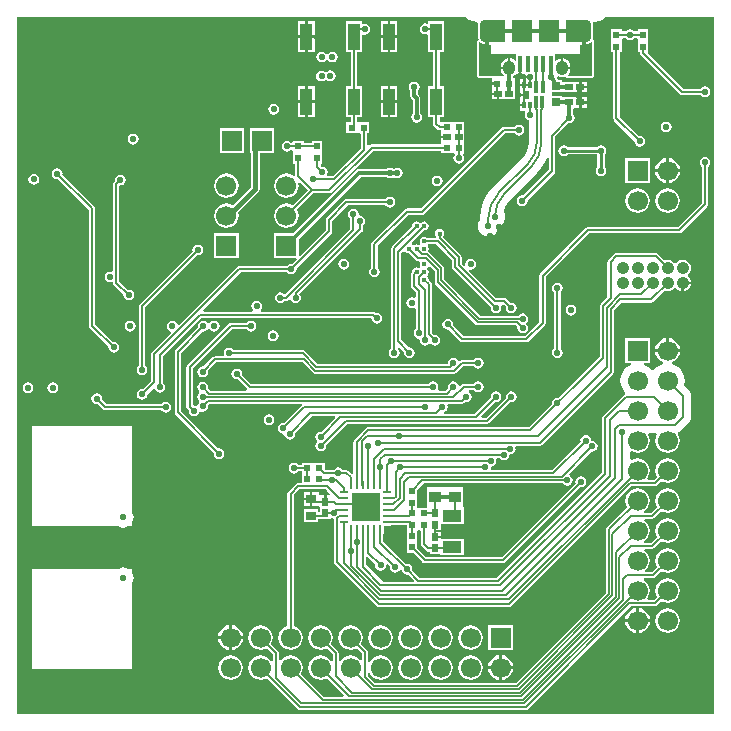
<source format=gtl>
G04 Layer_Physical_Order=1*
G04 Layer_Color=255*
%FSLAX43Y43*%
%MOMM*%
G71*
G01*
G75*
%ADD10C,0.180*%
%ADD11R,0.400X1.000*%
%ADD12R,0.300X1.000*%
%ADD13R,0.300X0.600*%
%ADD14R,0.540X0.800*%
%ADD15R,0.700X0.700*%
%ADD16R,0.600X0.550*%
%ADD17R,0.400X1.350*%
%ADD18R,1.000X2.250*%
%ADD19R,0.850X0.800*%
%ADD20R,0.500X0.650*%
%ADD21R,0.550X0.600*%
%ADD22R,0.650X0.500*%
%ADD23R,1.550X1.000*%
%ADD24R,2.450X2.450*%
%ADD25O,0.250X0.750*%
%ADD26O,0.750X0.250*%
%ADD27R,1.000X0.950*%
%ADD28R,0.500X0.600*%
%ADD29C,0.550*%
%ADD30C,0.175*%
%ADD31C,0.150*%
%ADD32C,0.200*%
%ADD33C,0.300*%
%ADD34C,0.400*%
%ADD35C,0.250*%
%ADD36R,1.800X1.900*%
%ADD37R,0.900X0.300*%
G04:AMPARAMS|DCode=38|XSize=1.05mm|YSize=1.25mm|CornerRadius=0.525mm|HoleSize=0mm|Usage=FLASHONLY|Rotation=180.000|XOffset=0mm|YOffset=0mm|HoleType=Round|Shape=RoundedRectangle|*
%AMROUNDEDRECTD38*
21,1,1.050,0.200,0,0,180.0*
21,1,0.000,1.250,0,0,180.0*
1,1,1.050,0.000,0.100*
1,1,1.050,0.000,0.100*
1,1,1.050,0.000,-0.100*
1,1,1.050,0.000,-0.100*
%
%ADD38ROUNDEDRECTD38*%
G04:AMPARAMS|DCode=39|XSize=2.1mm|YSize=1.9mm|CornerRadius=0.494mm|HoleSize=0mm|Usage=FLASHONLY|Rotation=180.000|XOffset=0mm|YOffset=0mm|HoleType=Round|Shape=RoundedRectangle|*
%AMROUNDEDRECTD39*
21,1,2.100,0.912,0,0,180.0*
21,1,1.112,1.900,0,0,180.0*
1,1,0.988,-0.556,0.456*
1,1,0.988,0.556,0.456*
1,1,0.988,0.556,-0.456*
1,1,0.988,-0.556,-0.456*
%
%ADD39ROUNDEDRECTD39*%
%ADD40R,1.700X1.700*%
%ADD41C,1.700*%
%ADD42R,1.700X1.700*%
%ADD43C,1.050*%
%ADD44C,3.600*%
%ADD45C,0.400*%
G36*
X-18200Y-2625D02*
X-19800D01*
X-19848Y-2621D01*
X-19901Y-2614D01*
X-19954Y-2599D01*
X-19997Y-2583D01*
X-20039Y-2563D01*
X-20083Y-2535D01*
X-20121Y-2506D01*
X-20160Y-2472D01*
X-20189Y-2436D01*
X-20217Y-2399D01*
X-20241Y-2358D01*
X-20261Y-2316D01*
X-20277Y-2274D01*
X-20289Y-2223D01*
X-20296Y-2178D01*
X-20300Y-2125D01*
Y-1225D01*
X-20296Y-1170D01*
X-20288Y-1125D01*
X-20276Y-1075D01*
X-20260Y-1035D01*
X-20247Y-1002D01*
X-20222Y-959D01*
X-20196Y-922D01*
X-20165Y-884D01*
X-20120Y-843D01*
X-20080Y-813D01*
X-20034Y-784D01*
X-19981Y-760D01*
X-19894Y-734D01*
X-19800Y-725D01*
X-18200D01*
Y-2625D01*
D02*
G37*
G36*
X-11352Y-729D02*
X-11299Y-736D01*
X-11246Y-751D01*
X-11203Y-767D01*
X-11161Y-787D01*
X-11117Y-815D01*
X-11079Y-844D01*
X-11040Y-878D01*
X-11011Y-914D01*
X-10983Y-951D01*
X-10959Y-992D01*
X-10939Y-1034D01*
X-10923Y-1076D01*
X-10911Y-1127D01*
X-10904Y-1172D01*
X-10900Y-1225D01*
Y-2125D01*
X-10904Y-2180D01*
X-10912Y-2225D01*
X-10924Y-2275D01*
X-10940Y-2315D01*
X-10953Y-2348D01*
X-10978Y-2391D01*
X-11004Y-2428D01*
X-11035Y-2466D01*
X-11080Y-2507D01*
X-11120Y-2537D01*
X-11166Y-2566D01*
X-11219Y-2590D01*
X-11306Y-2616D01*
X-11400Y-2625D01*
X-13000D01*
Y-725D01*
X-11400D01*
X-11352Y-729D01*
D02*
G37*
G36*
X-10850Y-5475D02*
X-12933D01*
X-12919Y-5464D01*
X-12890Y-5439D01*
X-12862Y-5413D01*
X-12836Y-5385D01*
X-12811Y-5356D01*
X-12788Y-5326D01*
X-12767Y-5295D01*
X-12747Y-5263D01*
X-12729Y-5229D01*
X-12712Y-5195D01*
X-12698Y-5160D01*
X-12685Y-5124D01*
X-12674Y-5088D01*
X-12666Y-5051D01*
X-12659Y-5013D01*
X-12654Y-4976D01*
X-12651Y-4938D01*
X-12650Y-4900D01*
X-13375D01*
Y-4800D01*
X-13475D01*
Y-3982D01*
X-13488Y-3984D01*
X-13526Y-3991D01*
X-13563Y-3999D01*
X-13599Y-4010D01*
X-13635Y-4023D01*
X-13670Y-4037D01*
X-13704Y-4054D01*
X-13738Y-4072D01*
X-13770Y-4092D01*
X-13801Y-4113D01*
X-13831Y-4136D01*
X-13860Y-4161D01*
X-13888Y-4187D01*
X-13914Y-4215D01*
X-13925Y-4228D01*
Y-3650D01*
X-11850D01*
Y-2825D01*
X-11394D01*
X-11358Y-2824D01*
X-11321Y-2821D01*
X-11285Y-2817D01*
X-11250Y-2810D01*
X-11214Y-2802D01*
X-11179Y-2791D01*
X-11145Y-2779D01*
X-11112Y-2765D01*
X-11079Y-2750D01*
X-11047Y-2732D01*
X-11016Y-2713D01*
X-10986Y-2693D01*
X-10957Y-2671D01*
X-10929Y-2647D01*
X-10903Y-2622D01*
X-10878Y-2596D01*
X-10854Y-2568D01*
X-10850Y-2562D01*
X-10850Y-5475D01*
D02*
G37*
G36*
X-20346Y-2568D02*
X-20322Y-2596D01*
X-20297Y-2622D01*
X-20271Y-2647D01*
X-20243Y-2671D01*
X-20214Y-2693D01*
X-20184Y-2713D01*
X-20153Y-2732D01*
X-20121Y-2750D01*
X-20088Y-2765D01*
X-20055Y-2779D01*
X-20021Y-2791D01*
X-19986Y-2802D01*
X-19950Y-2810D01*
X-19915Y-2817D01*
X-19879Y-2821D01*
X-19842Y-2824D01*
X-19806Y-2825D01*
X-19350D01*
Y-3650D01*
X-17275D01*
Y-4228D01*
X-17286Y-4215D01*
X-17312Y-4187D01*
X-17340Y-4161D01*
X-17369Y-4136D01*
X-17399Y-4113D01*
X-17430Y-4092D01*
X-17462Y-4072D01*
X-17496Y-4054D01*
X-17530Y-4037D01*
X-17565Y-4023D01*
X-17601Y-4010D01*
X-17637Y-3999D01*
X-17674Y-3991D01*
X-17712Y-3984D01*
X-17725Y-3982D01*
Y-4800D01*
X-17825D01*
Y-4900D01*
X-18550D01*
X-18549Y-4938D01*
X-18546Y-4976D01*
X-18541Y-5013D01*
X-18534Y-5051D01*
X-18526Y-5088D01*
X-18515Y-5124D01*
X-18502Y-5160D01*
X-18488Y-5195D01*
X-18471Y-5229D01*
X-18453Y-5263D01*
X-18433Y-5295D01*
X-18412Y-5326D01*
X-18389Y-5356D01*
X-18364Y-5385D01*
X-18338Y-5413D01*
X-18310Y-5439D01*
X-18281Y-5464D01*
X-18267Y-5475D01*
X-20350D01*
Y-2562D01*
X-20346Y-2568D01*
D02*
G37*
G36*
X-529Y-59471D02*
X-59471D01*
Y-529D01*
X-21477D01*
X-21235Y-715D01*
X-20928Y-842D01*
X-20599Y-885D01*
X-20552Y-879D01*
X-20446Y-1017D01*
X-20458Y-1044D01*
X-20466Y-1107D01*
X-20472Y-1139D01*
X-20471Y-1148D01*
X-20474Y-1157D01*
X-20476Y-1180D01*
X-20481Y-1219D01*
Y-2131D01*
X-20475Y-2172D01*
X-20474Y-2191D01*
X-20472Y-2198D01*
X-20472Y-2205D01*
X-20465Y-2250D01*
X-20465Y-2252D01*
X-20458Y-2306D01*
X-20434Y-2363D01*
X-20428Y-2380D01*
X-20459Y-2421D01*
X-20466Y-2429D01*
X-20476Y-2436D01*
X-20489Y-2455D01*
X-20505Y-2473D01*
X-20508Y-2484D01*
X-20515Y-2494D01*
X-20519Y-2517D01*
X-20527Y-2539D01*
X-20526Y-2551D01*
X-20528Y-2562D01*
Y-5475D01*
X-20515Y-5543D01*
X-20476Y-5601D01*
X-20418Y-5640D01*
X-20350Y-5653D01*
X-19325D01*
Y-6025D01*
X-18825D01*
Y-6225D01*
X-19325D01*
Y-6575D01*
X-19325D01*
Y-6925D01*
X-18800D01*
Y-7025D01*
X-18700D01*
Y-7475D01*
X-18275D01*
Y-7450D01*
X-17350D01*
Y-6600D01*
X-17350D01*
Y-6575D01*
X-17350D01*
Y-5675D01*
X-17494D01*
Y-5520D01*
X-17472Y-5511D01*
X-17326Y-5399D01*
X-17288Y-5350D01*
X-17000D01*
Y-4475D01*
X-16800D01*
Y-5350D01*
X-16500D01*
X-16400Y-5459D01*
Y-5725D01*
X-16450D01*
Y-6225D01*
X-16550D01*
Y-6325D01*
X-16900D01*
Y-6725D01*
Y-6975D01*
X-16430D01*
Y-7175D01*
X-16900D01*
Y-7675D01*
Y-7825D01*
X-16550D01*
Y-8025D01*
X-16900D01*
Y-8425D01*
X-16538D01*
X-16458Y-8575D01*
X-16474Y-8599D01*
X-16509Y-8775D01*
X-16474Y-8951D01*
X-16374Y-9099D01*
X-16226Y-9199D01*
X-16186Y-9207D01*
Y-11125D01*
X-16185Y-11135D01*
X-16219Y-11486D01*
X-16324Y-11832D01*
X-16495Y-12151D01*
X-16719Y-12424D01*
X-16726Y-12429D01*
X-19237Y-14940D01*
X-19241Y-14937D01*
X-19337Y-15049D01*
X-19610Y-15369D01*
X-19906Y-15853D01*
X-20124Y-16378D01*
X-20257Y-16931D01*
X-20301Y-17497D01*
X-20296D01*
Y-17670D01*
X-20364Y-17759D01*
X-20452Y-17972D01*
X-20483Y-18200D01*
X-20452Y-18428D01*
X-20364Y-18641D01*
X-20224Y-18824D01*
X-20041Y-18964D01*
X-19828Y-19052D01*
X-19600Y-19083D01*
X-19372Y-19052D01*
X-19159Y-18964D01*
X-18976Y-18824D01*
X-18836Y-18641D01*
X-18748Y-18428D01*
X-18720Y-18216D01*
X-18594Y-18164D01*
X-18411Y-18024D01*
X-18271Y-17841D01*
X-18183Y-17628D01*
X-18152Y-17400D01*
X-18183Y-17172D01*
X-18271Y-16959D01*
X-18297Y-16924D01*
X-18201Y-16606D01*
X-18030Y-16286D01*
X-17806Y-16014D01*
X-17799Y-16008D01*
X-15473Y-13682D01*
X-15469Y-13686D01*
X-15100Y-13254D01*
X-14804Y-12769D01*
X-14649Y-12397D01*
X-14499Y-12427D01*
Y-13446D01*
X-16658Y-15605D01*
X-16725Y-15591D01*
X-16901Y-15626D01*
X-17049Y-15726D01*
X-17149Y-15874D01*
X-17184Y-16050D01*
X-17149Y-16226D01*
X-17049Y-16374D01*
X-16901Y-16474D01*
X-16725Y-16509D01*
X-16549Y-16474D01*
X-16401Y-16374D01*
X-16301Y-16226D01*
X-16266Y-16050D01*
X-16280Y-15983D01*
X-14042Y-13746D01*
X-13984Y-13659D01*
X-13964Y-13557D01*
Y-10642D01*
X-12817Y-9495D01*
X-12750Y-9509D01*
X-12574Y-9474D01*
X-12426Y-9374D01*
X-12326Y-9226D01*
X-12291Y-9050D01*
X-12326Y-8874D01*
X-12419Y-8736D01*
Y-8286D01*
X-12325Y-8175D01*
X-11900D01*
Y-7725D01*
Y-7275D01*
X-12325D01*
Y-7300D01*
X-13250D01*
X-13350Y-7200D01*
Y-7200D01*
X-14200D01*
Y-6850D01*
X-13350D01*
Y-6850D01*
X-13250Y-6850D01*
Y-6850D01*
X-12325D01*
Y-6875D01*
X-11900D01*
Y-6425D01*
Y-5975D01*
X-12325D01*
Y-6000D01*
X-13250D01*
X-13350Y-5891D01*
Y-5800D01*
X-13709D01*
X-13719Y-5748D01*
X-13791Y-5641D01*
X-13693Y-5526D01*
X-13558Y-5582D01*
X-13375Y-5606D01*
X-13192Y-5582D01*
X-13099Y-5543D01*
X-13098Y-5543D01*
X-13085Y-5563D01*
X-13075Y-5584D01*
X-13066Y-5591D01*
X-13060Y-5601D01*
X-13040Y-5614D01*
X-13023Y-5630D01*
X-13011Y-5633D01*
X-13002Y-5640D01*
X-12979Y-5644D01*
X-12957Y-5652D01*
X-12945Y-5651D01*
X-12933Y-5653D01*
X-10850D01*
X-10782Y-5640D01*
X-10724Y-5601D01*
X-10685Y-5543D01*
X-10672Y-5475D01*
X-10672Y-2562D01*
X-10674Y-2551D01*
X-10673Y-2539D01*
X-10681Y-2517D01*
X-10685Y-2494D01*
X-10692Y-2484D01*
X-10695Y-2473D01*
X-10711Y-2455D01*
X-10724Y-2436D01*
X-10734Y-2429D01*
X-10741Y-2421D01*
X-10762Y-2410D01*
X-10780Y-2398D01*
X-10742Y-2306D01*
X-10734Y-2243D01*
X-10728Y-2211D01*
X-10729Y-2202D01*
X-10726Y-2193D01*
X-10724Y-2170D01*
X-10719Y-2131D01*
Y-1219D01*
X-10725Y-1178D01*
X-10726Y-1159D01*
X-10728Y-1152D01*
X-10728Y-1145D01*
X-10735Y-1100D01*
X-10735Y-1098D01*
X-10742Y-1044D01*
X-10754Y-1016D01*
X-10701Y-912D01*
X-10697Y-906D01*
X-10693Y-903D01*
X-10648Y-879D01*
X-10600Y-885D01*
X-10271Y-842D01*
X-9964Y-715D01*
X-9722Y-529D01*
X-529D01*
Y-59471D01*
D02*
G37*
%LPC*%
G36*
X-13275Y-3982D02*
Y-4700D01*
X-12650D01*
Y-4700D01*
X-12651Y-4662D01*
X-12654Y-4624D01*
X-12659Y-4587D01*
X-12666Y-4549D01*
X-12674Y-4512D01*
X-12685Y-4476D01*
X-12698Y-4440D01*
X-12712Y-4405D01*
X-12729Y-4371D01*
X-12747Y-4337D01*
X-12767Y-4305D01*
X-12788Y-4274D01*
X-12811Y-4244D01*
X-12836Y-4215D01*
X-12862Y-4187D01*
X-12890Y-4161D01*
X-12919Y-4136D01*
X-12949Y-4113D01*
X-12980Y-4092D01*
X-13012Y-4072D01*
X-13046Y-4054D01*
X-13080Y-4037D01*
X-13115Y-4023D01*
X-13151Y-4010D01*
X-13187Y-3999D01*
X-13224Y-3991D01*
X-13262Y-3984D01*
X-13275Y-3982D01*
D02*
G37*
G36*
X-17925Y-3982D02*
X-17938Y-3984D01*
X-17976Y-3991D01*
X-18013Y-3999D01*
X-18049Y-4010D01*
X-18085Y-4023D01*
X-18120Y-4037D01*
X-18154Y-4054D01*
X-18188Y-4072D01*
X-18220Y-4092D01*
X-18251Y-4113D01*
X-18281Y-4136D01*
X-18310Y-4161D01*
X-18338Y-4187D01*
X-18364Y-4215D01*
X-18389Y-4244D01*
X-18412Y-4274D01*
X-18433Y-4305D01*
X-18453Y-4337D01*
X-18471Y-4371D01*
X-18488Y-4405D01*
X-18502Y-4440D01*
X-18515Y-4476D01*
X-18526Y-4512D01*
X-18534Y-4549D01*
X-18541Y-4587D01*
X-18546Y-4624D01*
X-18549Y-4662D01*
X-18550Y-4700D01*
Y-4700D01*
X-17925D01*
Y-3982D01*
D02*
G37*
G36*
X-41550Y-28491D02*
X-41726Y-28526D01*
X-41874Y-28626D01*
X-41974Y-28774D01*
X-42009Y-28950D01*
X-41985Y-29070D01*
X-42077Y-29220D01*
X-42750D01*
X-42848Y-29240D01*
X-42930Y-29295D01*
X-43718Y-30083D01*
X-43800Y-30066D01*
X-43976Y-30101D01*
X-44124Y-30201D01*
X-44224Y-30349D01*
X-44259Y-30525D01*
X-44224Y-30701D01*
X-44124Y-30849D01*
X-43976Y-30949D01*
X-43800Y-30984D01*
X-43624Y-30949D01*
X-43476Y-30849D01*
X-43376Y-30701D01*
X-43341Y-30525D01*
X-43357Y-30443D01*
X-42644Y-29730D01*
X-35331D01*
X-34455Y-30605D01*
X-34373Y-30660D01*
X-34275Y-30680D01*
X-22468D01*
X-22370Y-30660D01*
X-22288Y-30605D01*
X-21737Y-30055D01*
X-20821D01*
X-20774Y-30124D01*
X-20626Y-30224D01*
X-20450Y-30259D01*
X-20274Y-30224D01*
X-20126Y-30124D01*
X-20026Y-29976D01*
X-19991Y-29800D01*
X-20026Y-29624D01*
X-20126Y-29476D01*
X-20274Y-29376D01*
X-20450Y-29341D01*
X-20626Y-29376D01*
X-20774Y-29476D01*
X-20821Y-29545D01*
X-21843D01*
X-21940Y-29565D01*
X-21981Y-29592D01*
X-22052Y-29608D01*
X-22172Y-29556D01*
X-22226Y-29476D01*
X-22374Y-29376D01*
X-22550Y-29341D01*
X-22726Y-29376D01*
X-22874Y-29476D01*
X-22974Y-29624D01*
X-23009Y-29800D01*
X-23066Y-29870D01*
X-34045D01*
X-35146Y-28770D01*
X-35228Y-28715D01*
X-35326Y-28695D01*
X-41179D01*
X-41226Y-28626D01*
X-41374Y-28526D01*
X-41550Y-28491D01*
D02*
G37*
G36*
X-56475Y-31416D02*
X-56651Y-31451D01*
X-56799Y-31551D01*
X-56899Y-31699D01*
X-56934Y-31875D01*
X-56899Y-32051D01*
X-56799Y-32199D01*
X-56651Y-32299D01*
X-56475Y-32334D01*
X-56299Y-32299D01*
X-56151Y-32199D01*
X-56051Y-32051D01*
X-56016Y-31875D01*
X-56051Y-31699D01*
X-56151Y-31551D01*
X-56299Y-31451D01*
X-56475Y-31416D01*
D02*
G37*
G36*
X-13751Y-22992D02*
X-13926Y-23027D01*
X-14075Y-23127D01*
X-14175Y-23276D01*
X-14209Y-23451D01*
X-14175Y-23627D01*
X-14075Y-23776D01*
X-14018Y-23814D01*
Y-28538D01*
X-14074Y-28575D01*
X-14174Y-28724D01*
X-14209Y-28900D01*
X-14174Y-29075D01*
X-14074Y-29224D01*
X-13925Y-29324D01*
X-13750Y-29359D01*
X-13574Y-29324D01*
X-13425Y-29224D01*
X-13326Y-29075D01*
X-13291Y-28900D01*
X-13326Y-28724D01*
X-13425Y-28575D01*
X-13483Y-28537D01*
Y-23814D01*
X-13426Y-23776D01*
X-13327Y-23627D01*
X-13292Y-23451D01*
X-13327Y-23276D01*
X-13426Y-23127D01*
X-13575Y-23027D01*
X-13751Y-22992D01*
D02*
G37*
G36*
X-4530Y-27684D02*
X-4704Y-27707D01*
X-4960Y-27813D01*
X-5179Y-27981D01*
X-5347Y-28200D01*
X-5453Y-28456D01*
X-5476Y-28630D01*
X-4530D01*
Y-27684D01*
D02*
G37*
G36*
X-56106Y-13289D02*
X-56281Y-13324D01*
X-56430Y-13424D01*
X-56530Y-13572D01*
X-56565Y-13748D01*
X-56530Y-13924D01*
X-56430Y-14072D01*
X-56281Y-14172D01*
X-56106Y-14207D01*
X-56039Y-14193D01*
X-53418Y-16815D01*
Y-26625D01*
X-53397Y-26727D01*
X-53339Y-26814D01*
X-51770Y-28383D01*
X-51784Y-28450D01*
X-51749Y-28626D01*
X-51649Y-28774D01*
X-51501Y-28874D01*
X-51325Y-28909D01*
X-51149Y-28874D01*
X-51001Y-28774D01*
X-50901Y-28626D01*
X-50866Y-28450D01*
X-50901Y-28274D01*
X-51001Y-28126D01*
X-51149Y-28026D01*
X-51325Y-27991D01*
X-51392Y-28005D01*
X-52882Y-26514D01*
Y-16704D01*
X-52903Y-16601D01*
X-52961Y-16515D01*
X-55660Y-13815D01*
X-55647Y-13748D01*
X-55682Y-13572D01*
X-55781Y-13424D01*
X-55930Y-13324D01*
X-56106Y-13289D01*
D02*
G37*
G36*
X-34700Y-40700D02*
X-35225D01*
Y-41200D01*
X-34700D01*
Y-40700D01*
D02*
G37*
G36*
Y-41400D02*
X-35225D01*
Y-41900D01*
X-34700D01*
Y-41400D01*
D02*
G37*
G36*
X-4430Y-40396D02*
X-4698Y-40431D01*
X-4947Y-40535D01*
X-5161Y-40699D01*
X-5325Y-40913D01*
X-5429Y-41162D01*
X-5464Y-41430D01*
X-5429Y-41698D01*
X-5325Y-41947D01*
X-5318Y-41957D01*
X-5818Y-42458D01*
X-6389D01*
X-6419Y-42396D01*
X-6430Y-42308D01*
X-6239Y-42161D01*
X-6075Y-41947D01*
X-5971Y-41698D01*
X-5936Y-41430D01*
X-5971Y-41162D01*
X-6075Y-40913D01*
X-6239Y-40699D01*
X-6453Y-40535D01*
X-6702Y-40431D01*
X-6970Y-40396D01*
X-7238Y-40431D01*
X-7487Y-40535D01*
X-7701Y-40699D01*
X-7865Y-40913D01*
X-7969Y-41162D01*
X-8004Y-41430D01*
X-7969Y-41698D01*
X-7865Y-41947D01*
X-7858Y-41957D01*
X-9580Y-43680D01*
X-9635Y-43762D01*
X-9655Y-43860D01*
Y-49224D01*
X-17276Y-56845D01*
X-29210D01*
X-29795Y-56260D01*
Y-56069D01*
X-29645Y-56039D01*
X-29625Y-56087D01*
X-29461Y-56301D01*
X-29247Y-56465D01*
X-28998Y-56569D01*
X-28730Y-56604D01*
X-28462Y-56569D01*
X-28213Y-56465D01*
X-27999Y-56301D01*
X-27835Y-56087D01*
X-27731Y-55838D01*
X-27696Y-55570D01*
X-27731Y-55302D01*
X-27835Y-55053D01*
X-27999Y-54839D01*
X-28213Y-54675D01*
X-28462Y-54571D01*
X-28730Y-54536D01*
X-28998Y-54571D01*
X-29247Y-54675D01*
X-29461Y-54839D01*
X-29625Y-55053D01*
X-29645Y-55101D01*
X-29795Y-55071D01*
Y-54250D01*
X-29815Y-54152D01*
X-29870Y-54070D01*
X-30382Y-53557D01*
X-30375Y-53547D01*
X-30271Y-53298D01*
X-30236Y-53030D01*
X-30271Y-52762D01*
X-30375Y-52513D01*
X-30539Y-52299D01*
X-30753Y-52135D01*
X-31002Y-52031D01*
X-31270Y-51996D01*
X-31538Y-52031D01*
X-31787Y-52135D01*
X-32001Y-52299D01*
X-32165Y-52513D01*
X-32269Y-52762D01*
X-32304Y-53030D01*
X-32269Y-53298D01*
X-32165Y-53547D01*
X-32001Y-53761D01*
X-31787Y-53925D01*
X-31538Y-54029D01*
X-31270Y-54064D01*
X-31002Y-54029D01*
X-30753Y-53925D01*
X-30743Y-53918D01*
X-30305Y-54356D01*
Y-54898D01*
X-30455Y-54949D01*
X-30539Y-54839D01*
X-30753Y-54675D01*
X-31002Y-54571D01*
X-31270Y-54536D01*
X-31538Y-54571D01*
X-31787Y-54675D01*
X-32001Y-54839D01*
X-32120Y-54994D01*
X-32270Y-54943D01*
Y-54315D01*
X-32290Y-54217D01*
X-32345Y-54135D01*
X-32922Y-53557D01*
X-32915Y-53547D01*
X-32811Y-53298D01*
X-32776Y-53030D01*
X-32811Y-52762D01*
X-32915Y-52513D01*
X-33079Y-52299D01*
X-33293Y-52135D01*
X-33542Y-52031D01*
X-33810Y-51996D01*
X-34078Y-52031D01*
X-34327Y-52135D01*
X-34541Y-52299D01*
X-34705Y-52513D01*
X-34809Y-52762D01*
X-34844Y-53030D01*
X-34809Y-53298D01*
X-34705Y-53547D01*
X-34541Y-53761D01*
X-34327Y-53925D01*
X-34078Y-54029D01*
X-33810Y-54064D01*
X-33542Y-54029D01*
X-33293Y-53925D01*
X-33283Y-53918D01*
X-32780Y-54421D01*
Y-54992D01*
X-32858Y-55027D01*
X-32930Y-55033D01*
X-33079Y-54839D01*
X-33293Y-54675D01*
X-33542Y-54571D01*
X-33810Y-54536D01*
X-34078Y-54571D01*
X-34327Y-54675D01*
X-34541Y-54839D01*
X-34705Y-55053D01*
X-34809Y-55302D01*
X-34844Y-55570D01*
X-34809Y-55838D01*
X-34705Y-56087D01*
X-34541Y-56301D01*
X-34327Y-56465D01*
X-34078Y-56569D01*
X-33810Y-56604D01*
X-33542Y-56569D01*
X-33293Y-56465D01*
X-33283Y-56458D01*
X-31834Y-57907D01*
X-31891Y-58045D01*
X-33514D01*
X-35462Y-56097D01*
X-35455Y-56087D01*
X-35351Y-55838D01*
X-35316Y-55570D01*
X-35351Y-55302D01*
X-35455Y-55053D01*
X-35619Y-54839D01*
X-35833Y-54675D01*
X-36082Y-54571D01*
X-36350Y-54536D01*
X-36618Y-54571D01*
X-36867Y-54675D01*
X-37081Y-54839D01*
X-37170Y-54955D01*
X-37320Y-54904D01*
Y-54345D01*
X-37340Y-54247D01*
X-37395Y-54165D01*
X-38002Y-53557D01*
X-37995Y-53547D01*
X-37891Y-53298D01*
X-37856Y-53030D01*
X-37891Y-52762D01*
X-37995Y-52513D01*
X-38159Y-52299D01*
X-38373Y-52135D01*
X-38622Y-52031D01*
X-38890Y-51996D01*
X-39158Y-52031D01*
X-39407Y-52135D01*
X-39621Y-52299D01*
X-39785Y-52513D01*
X-39889Y-52762D01*
X-39924Y-53030D01*
X-39889Y-53298D01*
X-39785Y-53547D01*
X-39621Y-53761D01*
X-39407Y-53925D01*
X-39158Y-54029D01*
X-38890Y-54064D01*
X-38622Y-54029D01*
X-38373Y-53925D01*
X-38363Y-53918D01*
X-37830Y-54451D01*
Y-55059D01*
X-37980Y-55089D01*
X-37995Y-55053D01*
X-38159Y-54839D01*
X-38373Y-54675D01*
X-38622Y-54571D01*
X-38890Y-54536D01*
X-39158Y-54571D01*
X-39407Y-54675D01*
X-39621Y-54839D01*
X-39785Y-55053D01*
X-39889Y-55302D01*
X-39924Y-55570D01*
X-39889Y-55838D01*
X-39785Y-56087D01*
X-39621Y-56301D01*
X-39407Y-56465D01*
X-39158Y-56569D01*
X-38890Y-56604D01*
X-38622Y-56569D01*
X-38373Y-56465D01*
X-38363Y-56458D01*
X-35740Y-59080D01*
X-35658Y-59135D01*
X-35560Y-59155D01*
X-16425D01*
X-16327Y-59135D01*
X-16245Y-59080D01*
X-7544Y-50380D01*
X-5505D01*
X-5407Y-50361D01*
X-5325Y-50305D01*
X-4957Y-49938D01*
X-4947Y-49945D01*
X-4698Y-50049D01*
X-4430Y-50084D01*
X-4162Y-50049D01*
X-3913Y-49945D01*
X-3699Y-49781D01*
X-3535Y-49567D01*
X-3431Y-49318D01*
X-3396Y-49050D01*
X-3431Y-48782D01*
X-3535Y-48533D01*
X-3699Y-48319D01*
X-3913Y-48155D01*
X-4162Y-48051D01*
X-4430Y-48016D01*
X-4698Y-48051D01*
X-4947Y-48155D01*
X-5161Y-48319D01*
X-5325Y-48533D01*
X-5429Y-48782D01*
X-5464Y-49050D01*
X-5429Y-49318D01*
X-5325Y-49567D01*
X-5318Y-49577D01*
X-5611Y-49870D01*
X-6118D01*
X-6192Y-49720D01*
X-6075Y-49567D01*
X-5971Y-49318D01*
X-5936Y-49050D01*
X-5971Y-48782D01*
X-6075Y-48533D01*
X-6239Y-48319D01*
X-6453Y-48155D01*
X-6423Y-48005D01*
X-5670D01*
X-5572Y-47985D01*
X-5490Y-47930D01*
X-4957Y-47398D01*
X-4947Y-47405D01*
X-4698Y-47509D01*
X-4430Y-47544D01*
X-4162Y-47509D01*
X-3913Y-47405D01*
X-3699Y-47241D01*
X-3535Y-47027D01*
X-3431Y-46778D01*
X-3396Y-46510D01*
X-3431Y-46242D01*
X-3535Y-45993D01*
X-3699Y-45779D01*
X-3913Y-45615D01*
X-4162Y-45511D01*
X-4430Y-45476D01*
X-4698Y-45511D01*
X-4947Y-45615D01*
X-5161Y-45779D01*
X-5325Y-45993D01*
X-5429Y-46242D01*
X-5464Y-46510D01*
X-5429Y-46778D01*
X-5325Y-47027D01*
X-5318Y-47037D01*
X-5776Y-47495D01*
X-6324D01*
X-6375Y-47345D01*
X-6239Y-47241D01*
X-6075Y-47027D01*
X-5971Y-46778D01*
X-5936Y-46510D01*
X-5971Y-46242D01*
X-6075Y-45993D01*
X-6239Y-45779D01*
X-6401Y-45655D01*
X-6350Y-45505D01*
X-5710D01*
X-5612Y-45485D01*
X-5530Y-45430D01*
X-4957Y-44858D01*
X-4947Y-44865D01*
X-4698Y-44969D01*
X-4430Y-45004D01*
X-4162Y-44969D01*
X-3913Y-44865D01*
X-3699Y-44701D01*
X-3535Y-44487D01*
X-3431Y-44238D01*
X-3396Y-43970D01*
X-3431Y-43702D01*
X-3535Y-43453D01*
X-3699Y-43239D01*
X-3913Y-43075D01*
X-4162Y-42971D01*
X-4430Y-42936D01*
X-4698Y-42971D01*
X-4947Y-43075D01*
X-5161Y-43239D01*
X-5325Y-43453D01*
X-5429Y-43702D01*
X-5464Y-43970D01*
X-5429Y-44238D01*
X-5325Y-44487D01*
X-5318Y-44497D01*
X-5816Y-44995D01*
X-6387D01*
X-6409Y-44951D01*
X-6427Y-44845D01*
X-6239Y-44701D01*
X-6075Y-44487D01*
X-5971Y-44238D01*
X-5936Y-43970D01*
X-5971Y-43702D01*
X-6075Y-43453D01*
X-6239Y-43239D01*
X-6397Y-43117D01*
X-6346Y-42967D01*
X-5713D01*
X-5615Y-42948D01*
X-5532Y-42893D01*
X-4957Y-42318D01*
X-4947Y-42325D01*
X-4698Y-42429D01*
X-4430Y-42464D01*
X-4162Y-42429D01*
X-3913Y-42325D01*
X-3699Y-42161D01*
X-3535Y-41947D01*
X-3431Y-41698D01*
X-3396Y-41430D01*
X-3431Y-41162D01*
X-3535Y-40913D01*
X-3699Y-40699D01*
X-3913Y-40535D01*
X-4162Y-40431D01*
X-4430Y-40396D01*
D02*
G37*
G36*
X-58575Y-31416D02*
X-58751Y-31451D01*
X-58899Y-31551D01*
X-58999Y-31699D01*
X-59034Y-31875D01*
X-58999Y-32051D01*
X-58899Y-32199D01*
X-58751Y-32299D01*
X-58575Y-32334D01*
X-58399Y-32299D01*
X-58251Y-32199D01*
X-58151Y-32051D01*
X-58116Y-31875D01*
X-58151Y-31699D01*
X-58251Y-31551D01*
X-58399Y-31451D01*
X-58575Y-31416D01*
D02*
G37*
G36*
X-52750Y-32340D02*
X-52926Y-32375D01*
X-53074Y-32474D01*
X-53174Y-32623D01*
X-53209Y-32799D01*
X-53174Y-32974D01*
X-53074Y-33123D01*
X-52926Y-33222D01*
X-52750Y-33257D01*
X-52684Y-33244D01*
X-52214Y-33714D01*
X-52127Y-33772D01*
X-52025Y-33793D01*
X-47287D01*
X-47248Y-33851D01*
X-47099Y-33950D01*
X-46924Y-33985D01*
X-46748Y-33950D01*
X-46599Y-33851D01*
X-46500Y-33702D01*
X-46465Y-33526D01*
X-46500Y-33351D01*
X-46599Y-33202D01*
X-46748Y-33102D01*
X-46924Y-33067D01*
X-47099Y-33102D01*
X-47248Y-33202D01*
X-47285Y-33257D01*
X-51914D01*
X-52305Y-32867D01*
X-52291Y-32799D01*
X-52326Y-32623D01*
X-52426Y-32474D01*
X-52574Y-32375D01*
X-52750Y-32340D01*
D02*
G37*
G36*
X-38175Y-34141D02*
X-38351Y-34176D01*
X-38499Y-34276D01*
X-38599Y-34424D01*
X-38634Y-34600D01*
X-38599Y-34776D01*
X-38499Y-34924D01*
X-38351Y-35024D01*
X-38175Y-35059D01*
X-37999Y-35024D01*
X-37851Y-34924D01*
X-37751Y-34776D01*
X-37716Y-34600D01*
X-37751Y-34424D01*
X-37851Y-34276D01*
X-37999Y-34176D01*
X-38175Y-34141D01*
D02*
G37*
G36*
X-4330Y-27684D02*
Y-28630D01*
X-3384D01*
X-3407Y-28456D01*
X-3513Y-28200D01*
X-3681Y-27981D01*
X-3900Y-27813D01*
X-4156Y-27707D01*
X-4330Y-27684D01*
D02*
G37*
G36*
X-50750Y-13841D02*
X-50926Y-13876D01*
X-51074Y-13976D01*
X-51174Y-14124D01*
X-51209Y-14300D01*
X-51195Y-14367D01*
X-51289Y-14461D01*
X-51347Y-14548D01*
X-51368Y-14650D01*
Y-21964D01*
X-51518Y-22063D01*
X-51625Y-22041D01*
X-51801Y-22076D01*
X-51949Y-22176D01*
X-52049Y-22324D01*
X-52084Y-22500D01*
X-52049Y-22676D01*
X-51949Y-22824D01*
X-51801Y-22924D01*
X-51625Y-22959D01*
X-51518Y-22937D01*
X-51418Y-22962D01*
X-51355Y-23041D01*
X-51347Y-23077D01*
X-51289Y-23164D01*
X-50495Y-23958D01*
X-50509Y-24025D01*
X-50474Y-24201D01*
X-50374Y-24349D01*
X-50226Y-24449D01*
X-50050Y-24484D01*
X-49874Y-24449D01*
X-49726Y-24349D01*
X-49626Y-24201D01*
X-49591Y-24025D01*
X-49626Y-23849D01*
X-49726Y-23701D01*
X-49874Y-23601D01*
X-50050Y-23566D01*
X-50117Y-23580D01*
X-50832Y-22864D01*
Y-14895D01*
X-50750Y-14759D01*
X-50574Y-14724D01*
X-50426Y-14624D01*
X-50326Y-14476D01*
X-50291Y-14300D01*
X-50326Y-14124D01*
X-50426Y-13976D01*
X-50574Y-13876D01*
X-50750Y-13841D01*
D02*
G37*
G36*
X-31853Y-20966D02*
X-32029Y-21001D01*
X-32178Y-21101D01*
X-32277Y-21249D01*
X-32312Y-21425D01*
X-32277Y-21601D01*
X-32178Y-21749D01*
X-32029Y-21849D01*
X-31853Y-21884D01*
X-31678Y-21849D01*
X-31529Y-21749D01*
X-31429Y-21601D01*
X-31394Y-21425D01*
X-31429Y-21249D01*
X-31529Y-21101D01*
X-31678Y-21001D01*
X-31853Y-20966D01*
D02*
G37*
G36*
X-12600Y-24866D02*
X-12776Y-24901D01*
X-12924Y-25001D01*
X-13024Y-25149D01*
X-13059Y-25325D01*
X-13024Y-25501D01*
X-12924Y-25649D01*
X-12776Y-25749D01*
X-12600Y-25784D01*
X-12424Y-25749D01*
X-12276Y-25649D01*
X-12176Y-25501D01*
X-12141Y-25325D01*
X-12176Y-25149D01*
X-12276Y-25001D01*
X-12424Y-24901D01*
X-12600Y-24866D01*
D02*
G37*
G36*
X-5420Y-20482D02*
X-8775D01*
X-8877Y-20503D01*
X-8964Y-20561D01*
X-9439Y-21036D01*
X-9497Y-21123D01*
X-9518Y-21225D01*
Y-24195D01*
X-10089Y-24767D01*
X-10147Y-24853D01*
X-10168Y-24956D01*
Y-29214D01*
X-13683Y-32729D01*
X-13750Y-32716D01*
X-13925Y-32751D01*
X-14074Y-32850D01*
X-14174Y-32999D01*
X-14209Y-33175D01*
X-14195Y-33242D01*
X-16161Y-35207D01*
X-29767D01*
X-29869Y-35228D01*
X-29956Y-35286D01*
X-30939Y-36269D01*
X-30997Y-36356D01*
X-31018Y-36458D01*
Y-39135D01*
X-31168Y-39197D01*
X-31470Y-38895D01*
X-31552Y-38840D01*
X-31650Y-38820D01*
X-31929D01*
X-31976Y-38751D01*
X-32124Y-38651D01*
X-32300Y-38616D01*
X-32476Y-38651D01*
X-32624Y-38751D01*
X-32671Y-38820D01*
X-33447D01*
X-33467Y-38800D01*
Y-38236D01*
X-34417D01*
Y-38236D01*
X-34467D01*
Y-38236D01*
X-35417D01*
Y-38405D01*
X-35682D01*
X-35711Y-38361D01*
X-35860Y-38262D01*
X-36036Y-38227D01*
X-36211Y-38262D01*
X-36360Y-38361D01*
X-36460Y-38510D01*
X-36495Y-38686D01*
X-36460Y-38861D01*
X-36360Y-39010D01*
X-36211Y-39110D01*
X-36036Y-39145D01*
X-35860Y-39110D01*
X-35711Y-39010D01*
X-35682Y-38966D01*
X-35417D01*
Y-39136D01*
X-35417D01*
Y-39186D01*
X-35417D01*
Y-39970D01*
X-35725D01*
X-35823Y-39989D01*
X-35905Y-40045D01*
X-36530Y-40670D01*
X-36585Y-40752D01*
X-36605Y-40850D01*
Y-52030D01*
X-36618Y-52031D01*
X-36867Y-52135D01*
X-37081Y-52299D01*
X-37245Y-52513D01*
X-37349Y-52762D01*
X-37384Y-53030D01*
X-37349Y-53298D01*
X-37245Y-53547D01*
X-37081Y-53761D01*
X-36867Y-53925D01*
X-36618Y-54029D01*
X-36350Y-54064D01*
X-36082Y-54029D01*
X-35833Y-53925D01*
X-35619Y-53761D01*
X-35455Y-53547D01*
X-35351Y-53298D01*
X-35316Y-53030D01*
X-35351Y-52762D01*
X-35455Y-52513D01*
X-35619Y-52299D01*
X-35833Y-52135D01*
X-36082Y-52031D01*
X-36095Y-52030D01*
Y-40956D01*
X-35619Y-40480D01*
X-33398D01*
X-33028Y-40850D01*
X-33091Y-41000D01*
X-33300D01*
Y-41525D01*
X-33500D01*
Y-41000D01*
X-33825D01*
X-33850Y-41000D01*
X-33975Y-40940D01*
Y-40700D01*
X-34500D01*
Y-41300D01*
Y-41900D01*
X-34000D01*
X-33975Y-41900D01*
X-33850Y-41960D01*
Y-42050D01*
X-33825D01*
Y-42432D01*
X-34000D01*
Y-42125D01*
X-35200D01*
Y-43275D01*
X-34000D01*
Y-42968D01*
X-33825D01*
Y-42975D01*
X-32975D01*
Y-42975D01*
X-32849Y-42920D01*
X-32705Y-42984D01*
Y-46597D01*
X-32685Y-46695D01*
X-32630Y-46777D01*
X-29027Y-50380D01*
X-28945Y-50435D01*
X-28847Y-50455D01*
X-17832D01*
X-17735Y-50435D01*
X-17652Y-50380D01*
X-7492Y-40220D01*
X-5505D01*
X-5407Y-40201D01*
X-5325Y-40145D01*
X-4957Y-39778D01*
X-4947Y-39785D01*
X-4698Y-39889D01*
X-4430Y-39924D01*
X-4162Y-39889D01*
X-3913Y-39785D01*
X-3699Y-39621D01*
X-3535Y-39407D01*
X-3431Y-39158D01*
X-3396Y-38890D01*
X-3431Y-38622D01*
X-3535Y-38373D01*
X-3699Y-38159D01*
X-3913Y-37995D01*
X-4162Y-37891D01*
X-4430Y-37856D01*
X-4698Y-37891D01*
X-4947Y-37995D01*
X-5161Y-38159D01*
X-5325Y-38373D01*
X-5429Y-38622D01*
X-5464Y-38890D01*
X-5429Y-39158D01*
X-5325Y-39407D01*
X-5318Y-39417D01*
X-5611Y-39710D01*
X-6118D01*
X-6192Y-39560D01*
X-6075Y-39407D01*
X-5971Y-39158D01*
X-5936Y-38890D01*
X-5971Y-38622D01*
X-6075Y-38373D01*
X-6239Y-38159D01*
X-6453Y-37995D01*
X-6702Y-37891D01*
X-6970Y-37856D01*
X-7238Y-37891D01*
X-7445Y-37977D01*
X-7595Y-37906D01*
Y-37334D01*
X-7445Y-37263D01*
X-7238Y-37349D01*
X-6970Y-37384D01*
X-6702Y-37349D01*
X-6453Y-37245D01*
X-6239Y-37081D01*
X-6075Y-36867D01*
X-5971Y-36618D01*
X-5936Y-36350D01*
X-5971Y-36082D01*
X-6075Y-35833D01*
X-6088Y-35815D01*
X-6022Y-35681D01*
X-5378D01*
X-5312Y-35815D01*
X-5325Y-35833D01*
X-5429Y-36082D01*
X-5464Y-36350D01*
X-5429Y-36618D01*
X-5325Y-36867D01*
X-5161Y-37081D01*
X-4947Y-37245D01*
X-4698Y-37349D01*
X-4430Y-37384D01*
X-4162Y-37349D01*
X-3913Y-37245D01*
X-3699Y-37081D01*
X-3535Y-36867D01*
X-3431Y-36618D01*
X-3396Y-36350D01*
X-3431Y-36082D01*
X-3535Y-35833D01*
X-3564Y-35795D01*
X-3549Y-35682D01*
X-3515Y-35612D01*
X-3460Y-35590D01*
X-3319Y-35481D01*
X-2644Y-34806D01*
X-2535Y-34665D01*
X-2467Y-34501D01*
X-2444Y-34325D01*
Y-32575D01*
X-2467Y-32399D01*
X-2535Y-32235D01*
X-2644Y-32094D01*
X-3038Y-31699D01*
X-3017Y-31649D01*
X-2967Y-31270D01*
X-3017Y-30891D01*
X-3163Y-30539D01*
X-3396Y-30236D01*
X-3699Y-30003D01*
X-4034Y-29865D01*
X-4049Y-29807D01*
X-4045Y-29707D01*
X-3900Y-29647D01*
X-3681Y-29479D01*
X-3513Y-29260D01*
X-3407Y-29004D01*
X-3384Y-28830D01*
X-4430D01*
X-5476D01*
X-5453Y-29004D01*
X-5347Y-29260D01*
X-5179Y-29479D01*
X-4960Y-29647D01*
X-4815Y-29707D01*
X-4811Y-29807D01*
X-4826Y-29865D01*
X-5161Y-30003D01*
X-5464Y-30236D01*
X-5605Y-30420D01*
X-5795D01*
X-5936Y-30236D01*
X-6239Y-30003D01*
X-6476Y-29905D01*
X-6447Y-29755D01*
X-5945D01*
Y-27705D01*
X-7995D01*
Y-29755D01*
X-7493D01*
X-7464Y-29905D01*
X-7701Y-30003D01*
X-8004Y-30236D01*
X-8237Y-30539D01*
X-8383Y-30891D01*
X-8433Y-31270D01*
X-8383Y-31649D01*
X-8237Y-32001D01*
X-8018Y-32286D01*
X-8019Y-32357D01*
X-8020Y-32357D01*
X-8049Y-32458D01*
X-8104Y-32495D01*
X-9880Y-34271D01*
X-9935Y-34354D01*
X-9955Y-34451D01*
Y-39044D01*
X-18875Y-47964D01*
X-25428D01*
X-26060Y-47332D01*
X-26044Y-47250D01*
X-26079Y-47074D01*
X-26178Y-46926D01*
X-26327Y-46826D01*
X-26503Y-46791D01*
X-26585Y-46807D01*
X-28495Y-44897D01*
Y-44259D01*
X-28467Y-44217D01*
X-28444Y-44100D01*
Y-43700D01*
X-28410Y-43590D01*
X-28300Y-43556D01*
X-27900D01*
X-27783Y-43533D01*
X-27761Y-43518D01*
X-26525D01*
Y-43922D01*
X-26500Y-43925D01*
Y-44775D01*
X-26500Y-44875D01*
X-26500Y-45025D01*
Y-45875D01*
X-25935D01*
X-25180Y-46630D01*
X-25098Y-46685D01*
X-25000Y-46705D01*
X-18360D01*
X-18262Y-46685D01*
X-18180Y-46630D01*
X-11836Y-40287D01*
X-11775Y-40299D01*
X-11599Y-40264D01*
X-11451Y-40164D01*
X-11351Y-40016D01*
X-11316Y-39840D01*
X-11351Y-39664D01*
X-11451Y-39516D01*
X-11599Y-39416D01*
X-11775Y-39381D01*
X-11951Y-39416D01*
X-12099Y-39516D01*
X-12199Y-39664D01*
X-12234Y-39840D01*
X-12213Y-39943D01*
X-18466Y-46195D01*
X-24894D01*
X-25600Y-45490D01*
Y-45025D01*
X-25600Y-44925D01*
X-25600Y-44775D01*
Y-44041D01*
X-25538Y-43943D01*
X-25393Y-43966D01*
X-25330Y-44028D01*
Y-45097D01*
X-25309Y-45204D01*
X-25248Y-45295D01*
X-24873Y-45670D01*
X-24782Y-45731D01*
X-24675Y-45752D01*
X-24520D01*
Y-45947D01*
X-23670D01*
X-23595Y-46025D01*
Y-46025D01*
X-21695D01*
Y-44675D01*
X-23595D01*
X-23625Y-44597D01*
X-24095D01*
Y-44397D01*
X-23645D01*
Y-43554D01*
X-23595Y-43425D01*
X-21695D01*
Y-42075D01*
X-21695D01*
X-21695Y-42074D01*
X-21720Y-41935D01*
X-21720Y-40262D01*
X-24770D01*
Y-40450D01*
X-24770D01*
Y-41750D01*
X-24770D01*
Y-41925D01*
X-24800Y-42075D01*
X-25425D01*
X-25525Y-42075D01*
X-25600Y-41956D01*
Y-41125D01*
X-25600D01*
Y-41075D01*
X-25600D01*
Y-40510D01*
X-25069Y-39980D01*
X-13271D01*
X-13224Y-40049D01*
X-13076Y-40149D01*
X-12900Y-40184D01*
X-12724Y-40149D01*
X-12576Y-40049D01*
X-12476Y-39901D01*
X-12441Y-39725D01*
X-12476Y-39549D01*
X-12576Y-39401D01*
X-12696Y-39320D01*
X-12744Y-39156D01*
X-10882Y-37294D01*
X-10800Y-37311D01*
X-10624Y-37276D01*
X-10476Y-37176D01*
X-10376Y-37027D01*
X-10341Y-36852D01*
X-10376Y-36676D01*
X-10476Y-36527D01*
X-10624Y-36428D01*
X-10800Y-36393D01*
X-10906Y-36278D01*
X-10926Y-36174D01*
X-11026Y-36026D01*
X-11174Y-35926D01*
X-11350Y-35891D01*
X-11526Y-35926D01*
X-11674Y-36026D01*
X-11774Y-36174D01*
X-11809Y-36350D01*
X-11792Y-36432D01*
X-14231Y-38870D01*
X-19308D01*
X-19402Y-38749D01*
X-19373Y-38596D01*
X-19281Y-38534D01*
X-19229Y-38524D01*
X-19081Y-38424D01*
X-18981Y-38276D01*
X-18946Y-38100D01*
X-18970Y-37980D01*
X-18878Y-37830D01*
X-18646D01*
X-18599Y-37899D01*
X-18451Y-37999D01*
X-18275Y-38034D01*
X-18099Y-37999D01*
X-17951Y-37899D01*
X-17851Y-37751D01*
X-17831Y-37648D01*
X-17751Y-37511D01*
X-17575Y-37476D01*
X-17426Y-37376D01*
X-17327Y-37227D01*
X-17292Y-37052D01*
X-17314Y-36943D01*
X-17216Y-36793D01*
X-15225D01*
X-15123Y-36772D01*
X-15036Y-36714D01*
X-9061Y-30739D01*
X-9003Y-30652D01*
X-8982Y-30550D01*
Y-25336D01*
X-8314Y-24668D01*
X-5820D01*
X-5718Y-24647D01*
X-5631Y-24589D01*
X-4698Y-23657D01*
X-4613Y-23692D01*
X-4430Y-23716D01*
X-4247Y-23692D01*
X-4077Y-23621D01*
X-3931Y-23509D01*
X-3905Y-23476D01*
X-3716Y-23476D01*
X-3677Y-23527D01*
X-3526Y-23643D01*
X-3349Y-23716D01*
X-3260Y-23728D01*
Y-23010D01*
X-3160D01*
Y-22910D01*
X-2442D01*
X-2454Y-22821D01*
X-2527Y-22644D01*
X-2643Y-22493D01*
X-2694Y-22454D01*
X-2694Y-22265D01*
X-2661Y-22239D01*
X-2549Y-22093D01*
X-2478Y-21923D01*
X-2454Y-21740D01*
X-2478Y-21557D01*
X-2549Y-21387D01*
X-2661Y-21241D01*
X-2807Y-21129D01*
X-2977Y-21058D01*
X-3160Y-21034D01*
X-3343Y-21058D01*
X-3513Y-21129D01*
X-3659Y-21241D01*
X-3700Y-21294D01*
X-3890D01*
X-3931Y-21241D01*
X-4077Y-21129D01*
X-4247Y-21058D01*
X-4430Y-21034D01*
X-4613Y-21058D01*
X-4698Y-21093D01*
X-5231Y-20561D01*
X-5318Y-20503D01*
X-5420Y-20482D01*
D02*
G37*
G36*
X-2442Y-23110D02*
X-3060D01*
Y-23728D01*
X-2971Y-23716D01*
X-2794Y-23643D01*
X-2643Y-23527D01*
X-2527Y-23376D01*
X-2454Y-23199D01*
X-2442Y-23110D01*
D02*
G37*
G36*
X-31025Y-16716D02*
X-31201Y-16751D01*
X-31349Y-16851D01*
X-31449Y-16999D01*
X-31484Y-17175D01*
X-31449Y-17351D01*
X-31349Y-17499D01*
X-31293Y-17537D01*
Y-18430D01*
X-36796Y-23933D01*
X-36876Y-23926D01*
X-37024Y-23826D01*
X-37200Y-23791D01*
X-37376Y-23826D01*
X-37524Y-23926D01*
X-37624Y-24074D01*
X-37659Y-24250D01*
X-37624Y-24426D01*
X-37524Y-24574D01*
X-37376Y-24674D01*
X-37200Y-24709D01*
X-37024Y-24674D01*
X-36876Y-24574D01*
X-36838Y-24518D01*
X-36735D01*
X-36632Y-24497D01*
X-36545Y-24439D01*
X-36489Y-24383D01*
X-36430Y-24401D01*
X-36337Y-24443D01*
X-36249Y-24574D01*
X-36101Y-24674D01*
X-35925Y-24709D01*
X-35749Y-24674D01*
X-35601Y-24574D01*
X-35501Y-24426D01*
X-35466Y-24250D01*
X-35501Y-24074D01*
X-35589Y-23943D01*
X-30311Y-18664D01*
X-30253Y-18577D01*
X-30232Y-18475D01*
Y-18162D01*
X-30176Y-18124D01*
X-30076Y-17976D01*
X-30041Y-17800D01*
X-30076Y-17624D01*
X-30176Y-17476D01*
X-30324Y-17376D01*
X-30460Y-17349D01*
X-30500Y-17341D01*
X-30572Y-17202D01*
X-30566Y-17175D01*
X-30601Y-16999D01*
X-30701Y-16851D01*
X-30849Y-16751D01*
X-31025Y-16716D01*
D02*
G37*
G36*
X-1250Y-12341D02*
X-1426Y-12376D01*
X-1574Y-12476D01*
X-1674Y-12624D01*
X-1709Y-12800D01*
X-1674Y-12976D01*
X-1574Y-13124D01*
X-1518Y-13162D01*
Y-16239D01*
X-3561Y-18282D01*
X-11179D01*
X-11281Y-18303D01*
X-11368Y-18361D01*
X-15202Y-22195D01*
X-15260Y-22282D01*
X-15280Y-22384D01*
Y-26277D01*
X-16486Y-27482D01*
X-21714D01*
X-22605Y-26592D01*
X-22591Y-26525D01*
X-22626Y-26349D01*
X-22726Y-26201D01*
X-22874Y-26101D01*
X-23050Y-26066D01*
X-23226Y-26101D01*
X-23374Y-26201D01*
X-23474Y-26349D01*
X-23509Y-26525D01*
X-23474Y-26701D01*
X-23374Y-26849D01*
X-23226Y-26949D01*
X-23050Y-26984D01*
X-22983Y-26970D01*
X-22014Y-27939D01*
X-21927Y-27997D01*
X-21825Y-28018D01*
X-16375D01*
X-16273Y-27997D01*
X-16186Y-27939D01*
X-14823Y-26577D01*
X-14765Y-26490D01*
X-14745Y-26388D01*
Y-22495D01*
X-11068Y-18818D01*
X-3450D01*
X-3348Y-18797D01*
X-3261Y-18739D01*
X-1061Y-16539D01*
X-1003Y-16452D01*
X-982Y-16350D01*
Y-13162D01*
X-926Y-13124D01*
X-826Y-12976D01*
X-791Y-12800D01*
X-826Y-12624D01*
X-926Y-12476D01*
X-1074Y-12376D01*
X-1250Y-12341D01*
D02*
G37*
G36*
X-40751Y-18815D02*
X-42801D01*
Y-20865D01*
X-40751D01*
Y-18815D01*
D02*
G37*
G36*
X-37825Y-27016D02*
X-38001Y-27051D01*
X-38149Y-27151D01*
X-38249Y-27299D01*
X-38284Y-27475D01*
X-38249Y-27651D01*
X-38149Y-27799D01*
X-38001Y-27899D01*
X-37825Y-27934D01*
X-37649Y-27899D01*
X-37501Y-27799D01*
X-37401Y-27651D01*
X-37366Y-27475D01*
X-37401Y-27299D01*
X-37501Y-27151D01*
X-37649Y-27051D01*
X-37825Y-27016D01*
D02*
G37*
G36*
X-42800Y-26216D02*
X-42976Y-26251D01*
X-43124Y-26351D01*
X-43175Y-26426D01*
X-43350D01*
X-43401Y-26351D01*
X-43549Y-26251D01*
X-43725Y-26216D01*
X-43901Y-26251D01*
X-44049Y-26351D01*
X-44149Y-26499D01*
X-44184Y-26675D01*
X-44170Y-26742D01*
X-46089Y-28661D01*
X-46147Y-28748D01*
X-46168Y-28850D01*
Y-33950D01*
X-46147Y-34052D01*
X-46089Y-34139D01*
X-42845Y-37384D01*
X-42858Y-37451D01*
X-42823Y-37626D01*
X-42724Y-37775D01*
X-42575Y-37874D01*
X-42399Y-37909D01*
X-42224Y-37874D01*
X-42075Y-37775D01*
X-41976Y-37626D01*
X-41941Y-37451D01*
X-41976Y-37275D01*
X-42075Y-37126D01*
X-42224Y-37027D01*
X-42399Y-36992D01*
X-42466Y-37005D01*
X-45632Y-33839D01*
Y-28961D01*
X-43792Y-27120D01*
X-43725Y-27134D01*
X-43549Y-27099D01*
X-43401Y-26999D01*
X-43350Y-26924D01*
X-43175D01*
X-43124Y-26999D01*
X-42976Y-27099D01*
X-42800Y-27134D01*
X-42624Y-27099D01*
X-42476Y-26999D01*
X-42376Y-26851D01*
X-42341Y-26675D01*
X-42376Y-26499D01*
X-42476Y-26351D01*
X-42624Y-26251D01*
X-42800Y-26216D01*
D02*
G37*
G36*
X-39700D02*
X-39876Y-26251D01*
X-40024Y-26351D01*
X-40062Y-26407D01*
X-41425D01*
X-41527Y-26428D01*
X-41614Y-26486D01*
X-45089Y-29961D01*
X-45147Y-30048D01*
X-45168Y-30150D01*
Y-33474D01*
X-45147Y-33576D01*
X-45089Y-33663D01*
X-44969Y-33783D01*
X-44983Y-33850D01*
X-44948Y-34026D01*
X-44848Y-34174D01*
X-44699Y-34274D01*
X-44524Y-34309D01*
X-44348Y-34274D01*
X-44199Y-34174D01*
X-44100Y-34026D01*
X-44090Y-33978D01*
X-43976Y-33874D01*
X-43800Y-33909D01*
X-43624Y-33874D01*
X-43476Y-33774D01*
X-43376Y-33626D01*
X-43341Y-33450D01*
X-43357Y-33368D01*
X-43219Y-33230D01*
X-35417D01*
X-35370Y-33337D01*
X-35366Y-33380D01*
X-36869Y-34882D01*
X-36951Y-34866D01*
X-37126Y-34901D01*
X-37275Y-35001D01*
X-37375Y-35149D01*
X-37409Y-35325D01*
X-37375Y-35501D01*
X-37275Y-35649D01*
X-37126Y-35749D01*
X-36951Y-35784D01*
X-36862Y-35919D01*
X-36849Y-35984D01*
X-36749Y-36132D01*
X-36601Y-36232D01*
X-36425Y-36267D01*
X-36249Y-36232D01*
X-36101Y-36132D01*
X-36001Y-35984D01*
X-35966Y-35808D01*
X-35983Y-35726D01*
X-34561Y-34305D01*
X-32611D01*
X-32554Y-34443D01*
X-33720Y-35609D01*
X-33802Y-35593D01*
X-33977Y-35628D01*
X-34126Y-35727D01*
X-34226Y-35876D01*
X-34260Y-36052D01*
X-34226Y-36227D01*
X-34126Y-36376D01*
X-34099Y-36394D01*
Y-36471D01*
X-34199Y-36620D01*
X-34234Y-36796D01*
X-34199Y-36971D01*
X-34099Y-37120D01*
X-33951Y-37220D01*
X-33775Y-37255D01*
X-33599Y-37220D01*
X-33451Y-37120D01*
X-33351Y-36971D01*
X-33316Y-36796D01*
X-33333Y-36714D01*
X-31549Y-34930D01*
X-19675D01*
X-19577Y-34910D01*
X-19494Y-34855D01*
X-17732Y-33093D01*
X-17650Y-33109D01*
X-17474Y-33074D01*
X-17326Y-32975D01*
X-17226Y-32826D01*
X-17191Y-32650D01*
X-17226Y-32475D01*
X-17326Y-32326D01*
X-17474Y-32226D01*
X-17650Y-32191D01*
X-17826Y-32226D01*
X-17974Y-32326D01*
X-18074Y-32475D01*
X-18109Y-32650D01*
X-18093Y-32732D01*
X-19780Y-34420D01*
X-20163D01*
X-20221Y-34282D01*
X-19032Y-33093D01*
X-18950Y-33109D01*
X-18774Y-33074D01*
X-18626Y-32975D01*
X-18526Y-32826D01*
X-18491Y-32650D01*
X-18526Y-32475D01*
X-18626Y-32326D01*
X-18774Y-32226D01*
X-18950Y-32191D01*
X-19126Y-32226D01*
X-19274Y-32326D01*
X-19374Y-32475D01*
X-19409Y-32650D01*
X-19392Y-32732D01*
X-20780Y-34120D01*
X-23283D01*
X-23316Y-33981D01*
X-23314Y-33970D01*
X-23171Y-33874D01*
X-23071Y-33726D01*
X-23036Y-33550D01*
X-23070Y-33380D01*
X-23073Y-33353D01*
X-22993Y-33230D01*
X-21800D01*
X-21702Y-33210D01*
X-21620Y-33155D01*
X-21532Y-33068D01*
X-21450Y-33084D01*
X-21274Y-33049D01*
X-21126Y-32949D01*
X-21026Y-32801D01*
X-20991Y-32625D01*
X-21026Y-32449D01*
X-21126Y-32301D01*
X-21269Y-32205D01*
X-21271Y-32194D01*
X-21237Y-32055D01*
X-20821D01*
X-20774Y-32124D01*
X-20626Y-32224D01*
X-20450Y-32259D01*
X-20274Y-32224D01*
X-20126Y-32124D01*
X-20026Y-31976D01*
X-19991Y-31800D01*
X-20026Y-31624D01*
X-20126Y-31476D01*
X-20274Y-31376D01*
X-20450Y-31341D01*
X-20626Y-31376D01*
X-20774Y-31476D01*
X-20821Y-31545D01*
X-21700D01*
X-21798Y-31565D01*
X-21880Y-31620D01*
X-21959Y-31698D01*
X-22121Y-31649D01*
X-22126Y-31624D01*
X-22226Y-31476D01*
X-22374Y-31376D01*
X-22550Y-31341D01*
X-22726Y-31376D01*
X-22874Y-31476D01*
X-22974Y-31624D01*
X-23009Y-31800D01*
X-22993Y-31882D01*
X-23231Y-32120D01*
X-23782D01*
X-23862Y-31997D01*
X-23859Y-31970D01*
X-23825Y-31800D01*
X-23860Y-31624D01*
X-23960Y-31476D01*
X-24109Y-31376D01*
X-24284Y-31341D01*
X-24460Y-31376D01*
X-24609Y-31476D01*
X-24663Y-31557D01*
X-39689D01*
X-40455Y-30792D01*
X-40441Y-30725D01*
X-40476Y-30549D01*
X-40576Y-30401D01*
X-40724Y-30301D01*
X-40900Y-30266D01*
X-41076Y-30301D01*
X-41224Y-30401D01*
X-41324Y-30549D01*
X-41359Y-30725D01*
X-41324Y-30901D01*
X-41224Y-31049D01*
X-41076Y-31149D01*
X-40900Y-31184D01*
X-40833Y-31170D01*
X-40033Y-31970D01*
X-40096Y-32120D01*
X-43169D01*
X-43357Y-31932D01*
X-43341Y-31850D01*
X-43376Y-31674D01*
X-43476Y-31526D01*
X-43624Y-31426D01*
X-43800Y-31391D01*
X-43976Y-31426D01*
X-44124Y-31526D01*
X-44224Y-31674D01*
X-44259Y-31850D01*
X-44224Y-32026D01*
X-44138Y-32154D01*
X-44124Y-32220D01*
Y-32280D01*
X-44138Y-32346D01*
X-44224Y-32474D01*
X-44259Y-32650D01*
X-44224Y-32826D01*
X-44138Y-32954D01*
X-44124Y-33020D01*
Y-33080D01*
X-44138Y-33146D01*
X-44224Y-33274D01*
X-44233Y-33322D01*
X-44348Y-33426D01*
X-44524Y-33391D01*
X-44632Y-33266D01*
Y-30261D01*
X-41314Y-26943D01*
X-40062D01*
X-40024Y-26999D01*
X-39876Y-27099D01*
X-39700Y-27134D01*
X-39524Y-27099D01*
X-39376Y-26999D01*
X-39276Y-26851D01*
X-39241Y-26675D01*
X-39276Y-26499D01*
X-39376Y-26351D01*
X-39524Y-26251D01*
X-39700Y-26216D01*
D02*
G37*
G36*
X-49925D02*
X-50101Y-26251D01*
X-50249Y-26351D01*
X-50349Y-26499D01*
X-50384Y-26675D01*
X-50349Y-26851D01*
X-50249Y-26999D01*
X-50101Y-27099D01*
X-49925Y-27134D01*
X-49749Y-27099D01*
X-49601Y-26999D01*
X-49501Y-26851D01*
X-49466Y-26675D01*
X-49501Y-26499D01*
X-49601Y-26351D01*
X-49749Y-26251D01*
X-49925Y-26216D01*
D02*
G37*
G36*
X-18470Y-54524D02*
Y-55470D01*
X-17524D01*
X-17547Y-55296D01*
X-17653Y-55040D01*
X-17821Y-54821D01*
X-18040Y-54653D01*
X-18296Y-54547D01*
X-18470Y-54524D01*
D02*
G37*
G36*
X-18670D02*
X-18844Y-54547D01*
X-19100Y-54653D01*
X-19319Y-54821D01*
X-19487Y-55040D01*
X-19593Y-55296D01*
X-19616Y-55470D01*
X-18670D01*
Y-54524D01*
D02*
G37*
G36*
X-50500Y-47092D02*
X-50728Y-47123D01*
X-50941Y-47211D01*
X-50960Y-47225D01*
X-58250Y-47225D01*
X-58250Y-55725D01*
X-49750Y-55725D01*
X-49750Y-48435D01*
X-49736Y-48416D01*
X-49648Y-48203D01*
X-49617Y-47975D01*
X-49648Y-47747D01*
X-49736Y-47534D01*
X-49750Y-47515D01*
Y-47225D01*
X-50040D01*
X-50059Y-47211D01*
X-50272Y-47123D01*
X-50500Y-47092D01*
D02*
G37*
G36*
X-28730Y-51996D02*
X-28998Y-52031D01*
X-29247Y-52135D01*
X-29461Y-52299D01*
X-29625Y-52513D01*
X-29729Y-52762D01*
X-29764Y-53030D01*
X-29729Y-53298D01*
X-29625Y-53547D01*
X-29461Y-53761D01*
X-29247Y-53925D01*
X-28998Y-54029D01*
X-28730Y-54064D01*
X-28462Y-54029D01*
X-28213Y-53925D01*
X-27999Y-53761D01*
X-27835Y-53547D01*
X-27731Y-53298D01*
X-27696Y-53030D01*
X-27731Y-52762D01*
X-27835Y-52513D01*
X-27999Y-52299D01*
X-28213Y-52135D01*
X-28462Y-52031D01*
X-28730Y-51996D01*
D02*
G37*
G36*
X-40384Y-53130D02*
X-41330D01*
Y-54076D01*
X-41156Y-54053D01*
X-40900Y-53947D01*
X-40681Y-53779D01*
X-40513Y-53560D01*
X-40407Y-53304D01*
X-40384Y-53130D01*
D02*
G37*
G36*
X-41530D02*
X-42476D01*
X-42453Y-53304D01*
X-42347Y-53560D01*
X-42179Y-53779D01*
X-41960Y-53947D01*
X-41704Y-54053D01*
X-41530Y-54076D01*
Y-53130D01*
D02*
G37*
G36*
X-41430Y-54536D02*
X-41698Y-54571D01*
X-41947Y-54675D01*
X-42161Y-54839D01*
X-42325Y-55053D01*
X-42429Y-55302D01*
X-42464Y-55570D01*
X-42429Y-55838D01*
X-42325Y-56087D01*
X-42161Y-56301D01*
X-41947Y-56465D01*
X-41698Y-56569D01*
X-41430Y-56604D01*
X-41162Y-56569D01*
X-40913Y-56465D01*
X-40699Y-56301D01*
X-40535Y-56087D01*
X-40431Y-55838D01*
X-40396Y-55570D01*
X-40431Y-55302D01*
X-40535Y-55053D01*
X-40699Y-54839D01*
X-40913Y-54675D01*
X-41162Y-54571D01*
X-41430Y-54536D01*
D02*
G37*
G36*
X-17524Y-55670D02*
X-18470D01*
Y-56616D01*
X-18296Y-56593D01*
X-18040Y-56487D01*
X-17821Y-56319D01*
X-17653Y-56100D01*
X-17547Y-55844D01*
X-17524Y-55670D01*
D02*
G37*
G36*
X-18670D02*
X-19616D01*
X-19593Y-55844D01*
X-19487Y-56100D01*
X-19319Y-56319D01*
X-19100Y-56487D01*
X-18844Y-56593D01*
X-18670Y-56616D01*
Y-55670D01*
D02*
G37*
G36*
X-21110Y-54536D02*
X-21378Y-54571D01*
X-21627Y-54675D01*
X-21841Y-54839D01*
X-22005Y-55053D01*
X-22109Y-55302D01*
X-22144Y-55570D01*
X-22109Y-55838D01*
X-22005Y-56087D01*
X-21841Y-56301D01*
X-21627Y-56465D01*
X-21378Y-56569D01*
X-21110Y-56604D01*
X-20842Y-56569D01*
X-20593Y-56465D01*
X-20379Y-56301D01*
X-20215Y-56087D01*
X-20111Y-55838D01*
X-20076Y-55570D01*
X-20111Y-55302D01*
X-20215Y-55053D01*
X-20379Y-54839D01*
X-20593Y-54675D01*
X-20842Y-54571D01*
X-21110Y-54536D01*
D02*
G37*
G36*
X-23650D02*
X-23918Y-54571D01*
X-24167Y-54675D01*
X-24381Y-54839D01*
X-24545Y-55053D01*
X-24649Y-55302D01*
X-24684Y-55570D01*
X-24649Y-55838D01*
X-24545Y-56087D01*
X-24381Y-56301D01*
X-24167Y-56465D01*
X-23918Y-56569D01*
X-23650Y-56604D01*
X-23382Y-56569D01*
X-23133Y-56465D01*
X-22919Y-56301D01*
X-22755Y-56087D01*
X-22651Y-55838D01*
X-22616Y-55570D01*
X-22651Y-55302D01*
X-22755Y-55053D01*
X-22919Y-54839D01*
X-23133Y-54675D01*
X-23382Y-54571D01*
X-23650Y-54536D01*
D02*
G37*
G36*
X-26190D02*
X-26458Y-54571D01*
X-26707Y-54675D01*
X-26921Y-54839D01*
X-27085Y-55053D01*
X-27189Y-55302D01*
X-27224Y-55570D01*
X-27189Y-55838D01*
X-27085Y-56087D01*
X-26921Y-56301D01*
X-26707Y-56465D01*
X-26458Y-56569D01*
X-26190Y-56604D01*
X-25922Y-56569D01*
X-25673Y-56465D01*
X-25459Y-56301D01*
X-25295Y-56087D01*
X-25191Y-55838D01*
X-25156Y-55570D01*
X-25191Y-55302D01*
X-25295Y-55053D01*
X-25459Y-54839D01*
X-25673Y-54675D01*
X-25922Y-54571D01*
X-26190Y-54536D01*
D02*
G37*
G36*
X-4430Y-50556D02*
X-4698Y-50591D01*
X-4947Y-50695D01*
X-5161Y-50859D01*
X-5325Y-51073D01*
X-5429Y-51322D01*
X-5464Y-51590D01*
X-5429Y-51858D01*
X-5325Y-52107D01*
X-5161Y-52321D01*
X-4947Y-52485D01*
X-4698Y-52589D01*
X-4430Y-52624D01*
X-4162Y-52589D01*
X-3913Y-52485D01*
X-3699Y-52321D01*
X-3535Y-52107D01*
X-3431Y-51858D01*
X-3396Y-51590D01*
X-3431Y-51322D01*
X-3535Y-51073D01*
X-3699Y-50859D01*
X-3913Y-50695D01*
X-4162Y-50591D01*
X-4430Y-50556D01*
D02*
G37*
G36*
X-7070Y-51690D02*
X-8016D01*
X-7993Y-51864D01*
X-7887Y-52120D01*
X-7719Y-52339D01*
X-7500Y-52507D01*
X-7244Y-52613D01*
X-7070Y-52636D01*
Y-51690D01*
D02*
G37*
G36*
X-5924D02*
X-6870D01*
Y-52636D01*
X-6696Y-52613D01*
X-6440Y-52507D01*
X-6221Y-52339D01*
X-6053Y-52120D01*
X-5947Y-51864D01*
X-5924Y-51690D01*
D02*
G37*
G36*
X-49770Y-35106D02*
X-58270Y-35106D01*
X-58270Y-43606D01*
X-50980Y-43606D01*
X-50961Y-43621D01*
X-50748Y-43709D01*
X-50520Y-43739D01*
X-50292Y-43709D01*
X-50079Y-43621D01*
X-50060Y-43606D01*
X-49770D01*
Y-43316D01*
X-49756Y-43298D01*
X-49667Y-43085D01*
X-49637Y-42856D01*
X-49667Y-42628D01*
X-49756Y-42415D01*
X-49770Y-42397D01*
X-49770Y-35106D01*
D02*
G37*
G36*
X-6870Y-50544D02*
Y-51490D01*
X-5924D01*
X-5947Y-51316D01*
X-6053Y-51060D01*
X-6221Y-50841D01*
X-6440Y-50673D01*
X-6696Y-50567D01*
X-6870Y-50544D01*
D02*
G37*
G36*
X-7070D02*
X-7244Y-50567D01*
X-7500Y-50673D01*
X-7719Y-50841D01*
X-7887Y-51060D01*
X-7993Y-51316D01*
X-8016Y-51490D01*
X-7070D01*
Y-50544D01*
D02*
G37*
G36*
X-21110Y-51996D02*
X-21378Y-52031D01*
X-21627Y-52135D01*
X-21841Y-52299D01*
X-22005Y-52513D01*
X-22109Y-52762D01*
X-22144Y-53030D01*
X-22109Y-53298D01*
X-22005Y-53547D01*
X-21841Y-53761D01*
X-21627Y-53925D01*
X-21378Y-54029D01*
X-21110Y-54064D01*
X-20842Y-54029D01*
X-20593Y-53925D01*
X-20379Y-53761D01*
X-20215Y-53547D01*
X-20111Y-53298D01*
X-20076Y-53030D01*
X-20111Y-52762D01*
X-20215Y-52513D01*
X-20379Y-52299D01*
X-20593Y-52135D01*
X-20842Y-52031D01*
X-21110Y-51996D01*
D02*
G37*
G36*
X-23650D02*
X-23918Y-52031D01*
X-24167Y-52135D01*
X-24381Y-52299D01*
X-24545Y-52513D01*
X-24649Y-52762D01*
X-24684Y-53030D01*
X-24649Y-53298D01*
X-24545Y-53547D01*
X-24381Y-53761D01*
X-24167Y-53925D01*
X-23918Y-54029D01*
X-23650Y-54064D01*
X-23382Y-54029D01*
X-23133Y-53925D01*
X-22919Y-53761D01*
X-22755Y-53547D01*
X-22651Y-53298D01*
X-22616Y-53030D01*
X-22651Y-52762D01*
X-22755Y-52513D01*
X-22919Y-52299D01*
X-23133Y-52135D01*
X-23382Y-52031D01*
X-23650Y-51996D01*
D02*
G37*
G36*
X-26190D02*
X-26458Y-52031D01*
X-26707Y-52135D01*
X-26921Y-52299D01*
X-27085Y-52513D01*
X-27189Y-52762D01*
X-27224Y-53030D01*
X-27189Y-53298D01*
X-27085Y-53547D01*
X-26921Y-53761D01*
X-26707Y-53925D01*
X-26458Y-54029D01*
X-26190Y-54064D01*
X-25922Y-54029D01*
X-25673Y-53925D01*
X-25459Y-53761D01*
X-25295Y-53547D01*
X-25191Y-53298D01*
X-25156Y-53030D01*
X-25191Y-52762D01*
X-25295Y-52513D01*
X-25459Y-52299D01*
X-25673Y-52135D01*
X-25922Y-52031D01*
X-26190Y-51996D01*
D02*
G37*
G36*
X-41330Y-51984D02*
Y-52930D01*
X-40384D01*
X-40407Y-52756D01*
X-40513Y-52500D01*
X-40681Y-52281D01*
X-40900Y-52113D01*
X-41156Y-52007D01*
X-41330Y-51984D01*
D02*
G37*
G36*
X-41530D02*
X-41704Y-52007D01*
X-41960Y-52113D01*
X-42179Y-52281D01*
X-42347Y-52500D01*
X-42453Y-52756D01*
X-42476Y-52930D01*
X-41530D01*
Y-51984D01*
D02*
G37*
G36*
X-17545Y-52005D02*
X-19595D01*
Y-54055D01*
X-17545D01*
Y-52005D01*
D02*
G37*
G36*
X-44200Y-19766D02*
X-44376Y-19801D01*
X-44524Y-19901D01*
X-44624Y-20049D01*
X-44659Y-20225D01*
X-44645Y-20292D01*
X-49114Y-24761D01*
X-49172Y-24848D01*
X-49193Y-24950D01*
Y-29988D01*
X-49249Y-30026D01*
X-49349Y-30174D01*
X-49384Y-30350D01*
X-49349Y-30526D01*
X-49249Y-30674D01*
X-49101Y-30774D01*
X-48925Y-30809D01*
X-48749Y-30774D01*
X-48601Y-30674D01*
X-48501Y-30526D01*
X-48466Y-30350D01*
X-48501Y-30174D01*
X-48601Y-30026D01*
X-48657Y-29988D01*
Y-25061D01*
X-44267Y-20670D01*
X-44200Y-20684D01*
X-44024Y-20649D01*
X-43876Y-20549D01*
X-43776Y-20401D01*
X-43741Y-20225D01*
X-43776Y-20049D01*
X-43876Y-19901D01*
X-44024Y-19801D01*
X-44200Y-19766D01*
D02*
G37*
G36*
X-11275Y-5975D02*
X-11700D01*
Y-6325D01*
X-11275D01*
Y-5975D01*
D02*
G37*
G36*
Y-6525D02*
X-11700D01*
Y-6875D01*
X-11275D01*
Y-6525D01*
D02*
G37*
G36*
X-18900Y-7125D02*
X-19325D01*
Y-7475D01*
X-18900D01*
Y-7125D01*
D02*
G37*
G36*
X-32975Y-5016D02*
X-33151Y-5051D01*
X-33299Y-5151D01*
X-33304Y-5158D01*
X-33401D01*
X-33549Y-5059D01*
X-33725Y-5024D01*
X-33901Y-5059D01*
X-34049Y-5158D01*
X-34149Y-5307D01*
X-34184Y-5483D01*
X-34149Y-5658D01*
X-34049Y-5807D01*
X-33901Y-5906D01*
X-33725Y-5941D01*
X-33549Y-5906D01*
X-33401Y-5807D01*
X-33396Y-5799D01*
X-33299D01*
X-33151Y-5899D01*
X-32975Y-5934D01*
X-32799Y-5899D01*
X-32651Y-5799D01*
X-32551Y-5651D01*
X-32516Y-5475D01*
X-32551Y-5299D01*
X-32651Y-5151D01*
X-32799Y-5051D01*
X-32975Y-5016D01*
D02*
G37*
G36*
X-16650Y-5725D02*
X-16900D01*
Y-6125D01*
X-16650D01*
Y-5725D01*
D02*
G37*
G36*
X-35100Y-6325D02*
X-35700D01*
Y-7550D01*
X-35100D01*
Y-6325D01*
D02*
G37*
G36*
X-11275Y-7275D02*
X-11700D01*
Y-7625D01*
X-11275D01*
Y-7275D01*
D02*
G37*
G36*
Y-7825D02*
X-11700D01*
Y-8175D01*
X-11275D01*
Y-7825D01*
D02*
G37*
G36*
X-27300Y-6325D02*
X-27900D01*
Y-7550D01*
X-27300D01*
Y-6325D01*
D02*
G37*
G36*
X-28100D02*
X-28700D01*
Y-7550D01*
X-28100D01*
Y-6325D01*
D02*
G37*
G36*
X-34300D02*
X-34900D01*
Y-7550D01*
X-34300D01*
Y-6325D01*
D02*
G37*
G36*
X-28100Y-825D02*
X-28700D01*
Y-2050D01*
X-28100D01*
Y-825D01*
D02*
G37*
G36*
X-34300D02*
X-34900D01*
Y-2050D01*
X-34300D01*
Y-825D01*
D02*
G37*
G36*
X-35100D02*
X-35700D01*
Y-2050D01*
X-35100D01*
Y-825D01*
D02*
G37*
G36*
X-23325Y-850D02*
X-24675D01*
Y-959D01*
X-24825Y-1061D01*
X-24925Y-1041D01*
X-25101Y-1076D01*
X-25249Y-1176D01*
X-25349Y-1324D01*
X-25384Y-1500D01*
X-25349Y-1676D01*
X-25249Y-1824D01*
X-25101Y-1924D01*
X-24925Y-1959D01*
X-24825Y-1939D01*
X-24675Y-2041D01*
Y-3450D01*
X-24268D01*
Y-6350D01*
X-24675D01*
Y-8950D01*
X-24268D01*
Y-9520D01*
X-24247Y-9623D01*
X-24189Y-9709D01*
X-23909Y-9989D01*
X-23823Y-10047D01*
X-23720Y-10068D01*
X-23575D01*
Y-10225D01*
X-23600D01*
Y-10575D01*
X-23075D01*
Y-10775D01*
X-23600D01*
Y-11125D01*
X-23575D01*
Y-11282D01*
X-29489D01*
X-29592Y-11303D01*
X-29679Y-11361D01*
X-29744Y-11426D01*
X-29882Y-11369D01*
Y-10300D01*
X-29675D01*
Y-9400D01*
X-30525D01*
X-30625Y-9400D01*
X-30732Y-9297D01*
Y-8950D01*
X-30325D01*
Y-6350D01*
X-30732D01*
Y-3450D01*
X-30325D01*
Y-2066D01*
X-30175Y-1964D01*
X-30075Y-1984D01*
X-29899Y-1949D01*
X-29751Y-1849D01*
X-29651Y-1701D01*
X-29616Y-1525D01*
X-29651Y-1349D01*
X-29751Y-1201D01*
X-29899Y-1101D01*
X-30075Y-1066D01*
X-30175Y-1086D01*
X-30325Y-984D01*
Y-850D01*
X-31675D01*
Y-3450D01*
X-31268D01*
Y-6350D01*
X-31675D01*
Y-8950D01*
X-31268D01*
Y-9400D01*
X-31625D01*
Y-10300D01*
X-30775D01*
X-30675Y-10300D01*
X-30524Y-10300D01*
X-30418Y-10406D01*
Y-11640D01*
X-32760Y-13982D01*
X-33192D01*
X-33272Y-13832D01*
X-33251Y-13801D01*
X-33216Y-13625D01*
X-33251Y-13449D01*
X-33351Y-13301D01*
X-33499Y-13201D01*
X-33675Y-13166D01*
X-33679Y-13167D01*
X-33786Y-13075D01*
X-33764Y-12925D01*
X-33650D01*
Y-12075D01*
X-33650Y-11975D01*
X-33650Y-11825D01*
Y-10975D01*
X-34500D01*
Y-11182D01*
X-35225D01*
Y-10975D01*
X-36125D01*
Y-11058D01*
X-36150Y-11083D01*
X-36301Y-11126D01*
X-36449Y-11026D01*
X-36625Y-10991D01*
X-36801Y-11026D01*
X-36949Y-11126D01*
X-37049Y-11274D01*
X-37084Y-11450D01*
X-37049Y-11626D01*
X-36949Y-11774D01*
X-36801Y-11874D01*
X-36625Y-11909D01*
X-36449Y-11874D01*
X-36301Y-11774D01*
X-36150Y-11817D01*
X-36125Y-11842D01*
Y-11925D01*
X-36125Y-12075D01*
Y-12925D01*
X-35943D01*
Y-13857D01*
X-36093Y-13931D01*
X-36179Y-13865D01*
X-36428Y-13761D01*
X-36696Y-13726D01*
X-36964Y-13761D01*
X-37213Y-13865D01*
X-37427Y-14029D01*
X-37591Y-14243D01*
X-37695Y-14492D01*
X-37730Y-14760D01*
X-37695Y-15028D01*
X-37591Y-15277D01*
X-37427Y-15491D01*
X-37213Y-15655D01*
X-36964Y-15759D01*
X-36696Y-15794D01*
X-36428Y-15759D01*
X-36179Y-15655D01*
X-35965Y-15491D01*
X-35801Y-15277D01*
X-35697Y-15028D01*
X-35662Y-14760D01*
X-35693Y-14522D01*
X-35619Y-14466D01*
X-35559Y-14445D01*
X-34889Y-15115D01*
X-36179Y-16405D01*
X-36428Y-16301D01*
X-36696Y-16266D01*
X-36964Y-16301D01*
X-37213Y-16405D01*
X-37427Y-16569D01*
X-37591Y-16783D01*
X-37695Y-17032D01*
X-37730Y-17300D01*
X-37695Y-17568D01*
X-37591Y-17817D01*
X-37427Y-18031D01*
X-37213Y-18195D01*
X-36964Y-18299D01*
X-36696Y-18334D01*
X-36428Y-18299D01*
X-36179Y-18195D01*
X-35965Y-18031D01*
X-35801Y-17817D01*
X-35697Y-17568D01*
X-35662Y-17300D01*
X-35697Y-17032D01*
X-35801Y-16783D01*
X-34410Y-15393D01*
X-33064D01*
X-32962Y-15372D01*
X-32875Y-15314D01*
X-29378Y-11818D01*
X-23575D01*
Y-12000D01*
X-22625D01*
Y-12000D01*
X-22575D01*
X-22460Y-12085D01*
X-22441Y-12150D01*
X-22524Y-12274D01*
X-22559Y-12450D01*
X-22524Y-12626D01*
X-22424Y-12774D01*
X-22276Y-12874D01*
X-22100Y-12909D01*
X-21924Y-12874D01*
X-21776Y-12774D01*
X-21676Y-12626D01*
X-21641Y-12450D01*
X-21676Y-12274D01*
X-21759Y-12150D01*
X-21732Y-12058D01*
X-21694Y-12000D01*
X-21625D01*
Y-11100D01*
Y-10250D01*
Y-9350D01*
X-22575D01*
Y-9350D01*
X-22625D01*
Y-9350D01*
X-23575D01*
X-23697Y-9281D01*
X-23732Y-9257D01*
Y-8950D01*
X-23325D01*
Y-6350D01*
X-23732D01*
Y-3450D01*
X-23325D01*
Y-850D01*
D02*
G37*
G36*
X-6075Y-1525D02*
X-6925D01*
Y-1713D01*
X-7246D01*
X-7276Y-1669D01*
X-7424Y-1569D01*
X-7600Y-1534D01*
X-7776Y-1569D01*
X-7924Y-1669D01*
X-7954Y-1713D01*
X-8325D01*
Y-1525D01*
X-9175D01*
Y-2375D01*
X-9175Y-2475D01*
X-9175Y-2625D01*
Y-3475D01*
X-9018D01*
Y-9075D01*
X-8997Y-9177D01*
X-8939Y-9264D01*
X-7245Y-10958D01*
X-7259Y-11025D01*
X-7224Y-11201D01*
X-7124Y-11349D01*
X-6976Y-11449D01*
X-6800Y-11484D01*
X-6624Y-11449D01*
X-6476Y-11349D01*
X-6376Y-11201D01*
X-6341Y-11025D01*
X-6376Y-10849D01*
X-6476Y-10701D01*
X-6624Y-10601D01*
X-6800Y-10566D01*
X-6867Y-10580D01*
X-8482Y-8964D01*
Y-3475D01*
X-8325D01*
Y-2625D01*
X-8325Y-2525D01*
X-8325Y-2379D01*
X-8219Y-2273D01*
X-7954D01*
X-7924Y-2317D01*
X-7776Y-2417D01*
X-7600Y-2452D01*
X-7424Y-2417D01*
X-7276Y-2317D01*
X-7246Y-2273D01*
X-7031D01*
X-6925Y-2379D01*
Y-2475D01*
X-6925Y-2625D01*
Y-3475D01*
X-6768D01*
Y-3550D01*
X-6747Y-3652D01*
X-6689Y-3739D01*
X-3414Y-7014D01*
X-3327Y-7072D01*
X-3225Y-7093D01*
X-1612D01*
X-1574Y-7149D01*
X-1426Y-7249D01*
X-1250Y-7284D01*
X-1074Y-7249D01*
X-926Y-7149D01*
X-826Y-7001D01*
X-791Y-6825D01*
X-826Y-6649D01*
X-926Y-6501D01*
X-1074Y-6401D01*
X-1250Y-6366D01*
X-1426Y-6401D01*
X-1574Y-6501D01*
X-1612Y-6557D01*
X-3114D01*
X-6111Y-3561D01*
X-6075Y-3475D01*
X-6075D01*
Y-2625D01*
X-6075Y-2525D01*
X-6075Y-2375D01*
Y-1525D01*
D02*
G37*
G36*
X-27300Y-825D02*
X-27900D01*
Y-2050D01*
X-27300D01*
Y-825D01*
D02*
G37*
G36*
X-35100Y-2250D02*
X-35700D01*
Y-3475D01*
X-35100D01*
Y-2250D01*
D02*
G37*
G36*
X-32800Y-3420D02*
X-32976Y-3455D01*
X-33124Y-3554D01*
X-33169Y-3621D01*
X-33349D01*
X-33393Y-3554D01*
X-33542Y-3455D01*
X-33717Y-3420D01*
X-33893Y-3455D01*
X-34042Y-3554D01*
X-34141Y-3703D01*
X-34176Y-3879D01*
X-34141Y-4054D01*
X-34042Y-4203D01*
X-33893Y-4303D01*
X-33717Y-4338D01*
X-33542Y-4303D01*
X-33393Y-4203D01*
X-33349Y-4137D01*
X-33169D01*
X-33124Y-4203D01*
X-32976Y-4303D01*
X-32800Y-4338D01*
X-32624Y-4303D01*
X-32476Y-4203D01*
X-32376Y-4054D01*
X-32341Y-3879D01*
X-32376Y-3703D01*
X-32476Y-3554D01*
X-32624Y-3455D01*
X-32800Y-3420D01*
D02*
G37*
G36*
X-27300Y-2250D02*
X-27900D01*
Y-3475D01*
X-27300D01*
Y-2250D01*
D02*
G37*
G36*
X-28100D02*
X-28700D01*
Y-3475D01*
X-28100D01*
Y-2250D01*
D02*
G37*
G36*
X-34300Y-2250D02*
X-34900D01*
Y-3475D01*
X-34300D01*
Y-2250D01*
D02*
G37*
G36*
X-4530Y-13590D02*
X-5476D01*
X-5453Y-13764D01*
X-5347Y-14020D01*
X-5179Y-14239D01*
X-4960Y-14407D01*
X-4704Y-14513D01*
X-4530Y-14536D01*
Y-13590D01*
D02*
G37*
G36*
X-3384D02*
X-4330D01*
Y-14536D01*
X-4156Y-14513D01*
X-3900Y-14407D01*
X-3681Y-14239D01*
X-3513Y-14020D01*
X-3407Y-13764D01*
X-3384Y-13590D01*
D02*
G37*
G36*
X-58075Y-13791D02*
X-58251Y-13826D01*
X-58399Y-13926D01*
X-58499Y-14074D01*
X-58534Y-14250D01*
X-58499Y-14426D01*
X-58399Y-14574D01*
X-58251Y-14674D01*
X-58075Y-14709D01*
X-57899Y-14674D01*
X-57751Y-14574D01*
X-57651Y-14426D01*
X-57616Y-14250D01*
X-57651Y-14074D01*
X-57751Y-13926D01*
X-57899Y-13826D01*
X-58075Y-13791D01*
D02*
G37*
G36*
X-4330Y-12444D02*
Y-13390D01*
X-3384D01*
X-3407Y-13216D01*
X-3513Y-12960D01*
X-3681Y-12741D01*
X-3900Y-12573D01*
X-4156Y-12467D01*
X-4330Y-12444D01*
D02*
G37*
G36*
X-4530D02*
X-4704Y-12467D01*
X-4960Y-12573D01*
X-5179Y-12741D01*
X-5347Y-12960D01*
X-5453Y-13216D01*
X-5476Y-13390D01*
X-4530D01*
Y-12444D01*
D02*
G37*
G36*
X-5945Y-12465D02*
X-7995D01*
Y-14515D01*
X-5945D01*
Y-12465D01*
D02*
G37*
G36*
X-4430Y-14996D02*
X-4698Y-15031D01*
X-4947Y-15135D01*
X-5161Y-15299D01*
X-5325Y-15513D01*
X-5429Y-15762D01*
X-5464Y-16030D01*
X-5429Y-16298D01*
X-5325Y-16547D01*
X-5161Y-16761D01*
X-4947Y-16925D01*
X-4698Y-17029D01*
X-4430Y-17064D01*
X-4162Y-17029D01*
X-3913Y-16925D01*
X-3699Y-16761D01*
X-3535Y-16547D01*
X-3431Y-16298D01*
X-3396Y-16030D01*
X-3431Y-15762D01*
X-3535Y-15513D01*
X-3699Y-15299D01*
X-3913Y-15135D01*
X-4162Y-15031D01*
X-4430Y-14996D01*
D02*
G37*
G36*
X-6970D02*
X-7238Y-15031D01*
X-7487Y-15135D01*
X-7701Y-15299D01*
X-7865Y-15513D01*
X-7969Y-15762D01*
X-8004Y-16030D01*
X-7969Y-16298D01*
X-7865Y-16547D01*
X-7701Y-16761D01*
X-7487Y-16925D01*
X-7238Y-17029D01*
X-6970Y-17064D01*
X-6702Y-17029D01*
X-6453Y-16925D01*
X-6239Y-16761D01*
X-6075Y-16547D01*
X-5971Y-16298D01*
X-5936Y-16030D01*
X-5971Y-15762D01*
X-6075Y-15513D01*
X-6239Y-15299D01*
X-6453Y-15135D01*
X-6702Y-15031D01*
X-6970Y-14996D01*
D02*
G37*
G36*
X-25025Y-17793D02*
X-25171Y-17822D01*
X-25295Y-17905D01*
X-25405D01*
X-25529Y-17822D01*
X-25675Y-17793D01*
X-25821Y-17822D01*
X-25945Y-17905D01*
X-26028Y-18029D01*
X-26057Y-18175D01*
X-26057Y-18178D01*
X-27739Y-19861D01*
X-27797Y-19948D01*
X-27818Y-20050D01*
Y-28517D01*
X-27904Y-28575D01*
X-28004Y-28724D01*
X-28039Y-28900D01*
X-28004Y-29075D01*
X-27904Y-29224D01*
X-27756Y-29324D01*
X-27580Y-29359D01*
X-27404Y-29324D01*
X-27256Y-29224D01*
X-27156Y-29075D01*
X-27121Y-28900D01*
X-27156Y-28724D01*
X-27232Y-28610D01*
X-27223Y-28547D01*
X-27078Y-28496D01*
X-27059Y-28499D01*
X-26725Y-28833D01*
X-26739Y-28900D01*
X-26704Y-29075D01*
X-26604Y-29224D01*
X-26455Y-29324D01*
X-26280Y-29359D01*
X-26104Y-29324D01*
X-25955Y-29224D01*
X-25856Y-29075D01*
X-25821Y-28900D01*
X-25856Y-28724D01*
X-25955Y-28575D01*
X-26104Y-28476D01*
X-26280Y-28441D01*
X-26347Y-28454D01*
X-26957Y-27844D01*
Y-20486D01*
X-26807Y-20335D01*
X-26619Y-20360D01*
X-26595Y-20395D01*
X-26471Y-20478D01*
X-26325Y-20507D01*
X-26307Y-20504D01*
X-25730Y-21080D01*
X-25648Y-21135D01*
X-25550Y-21155D01*
X-25462D01*
X-25383Y-21305D01*
X-25407Y-21425D01*
X-25378Y-21571D01*
X-25328Y-21646D01*
X-25326Y-21655D01*
X-25346Y-21692D01*
X-25490Y-21747D01*
X-25529Y-21722D01*
X-25675Y-21693D01*
X-25821Y-21722D01*
X-25945Y-21805D01*
X-26028Y-21929D01*
X-26057Y-22075D01*
X-26057Y-22078D01*
X-26077Y-22098D01*
X-26135Y-22185D01*
X-26155Y-22287D01*
Y-23258D01*
X-26135Y-23360D01*
X-26077Y-23447D01*
X-25743Y-23781D01*
Y-24175D01*
X-25893Y-24256D01*
X-25899Y-24251D01*
X-26075Y-24216D01*
X-26251Y-24251D01*
X-26399Y-24351D01*
X-26499Y-24499D01*
X-26534Y-24675D01*
X-26499Y-24851D01*
X-26399Y-24999D01*
X-26251Y-25099D01*
X-26075Y-25134D01*
X-25899Y-25099D01*
X-25893Y-25094D01*
X-25743Y-25175D01*
Y-26913D01*
X-25799Y-26951D01*
X-25899Y-27099D01*
X-25934Y-27275D01*
X-25899Y-27451D01*
X-25799Y-27599D01*
X-25651Y-27699D01*
X-25537Y-27721D01*
X-25410Y-27851D01*
X-25375Y-28027D01*
X-25276Y-28176D01*
X-25127Y-28275D01*
X-24951Y-28310D01*
X-24776Y-28275D01*
X-24627Y-28176D01*
X-24478D01*
X-24474Y-28181D01*
X-24326Y-28280D01*
X-24150Y-28315D01*
X-23974Y-28280D01*
X-23826Y-28181D01*
X-23726Y-28032D01*
X-23691Y-27856D01*
X-23726Y-27681D01*
X-23826Y-27532D01*
X-23974Y-27432D01*
X-24150Y-27398D01*
X-24217Y-27411D01*
X-24370Y-27258D01*
Y-23112D01*
X-24390Y-23010D01*
X-24448Y-22923D01*
X-24643Y-22728D01*
X-24643Y-22725D01*
X-24672Y-22579D01*
X-24755Y-22455D01*
X-24722Y-22296D01*
X-24672Y-22221D01*
X-24643Y-22075D01*
X-24672Y-21929D01*
X-24755Y-21805D01*
X-24722Y-21649D01*
X-24540Y-21620D01*
X-24155Y-22006D01*
Y-22925D01*
X-24135Y-23023D01*
X-24080Y-23105D01*
X-20655Y-26531D01*
X-20572Y-26586D01*
X-20475Y-26605D01*
X-17282D01*
X-17143Y-26744D01*
X-17160Y-26826D01*
X-17125Y-27002D01*
X-17025Y-27151D01*
X-16876Y-27250D01*
X-16701Y-27285D01*
X-16525Y-27250D01*
X-16376Y-27151D01*
X-16277Y-27002D01*
X-16242Y-26826D01*
X-16277Y-26651D01*
X-16376Y-26502D01*
X-16351Y-26338D01*
X-16276Y-26226D01*
X-16241Y-26050D01*
X-16276Y-25874D01*
X-16376Y-25726D01*
X-16524Y-25626D01*
X-16700Y-25591D01*
X-16876Y-25626D01*
X-17024Y-25726D01*
X-17071Y-25795D01*
X-20245D01*
X-23345Y-22695D01*
Y-21775D01*
X-23365Y-21677D01*
X-23420Y-21595D01*
X-24595Y-20420D01*
X-24677Y-20365D01*
X-24699Y-20312D01*
X-24672Y-20271D01*
X-24643Y-20125D01*
X-24672Y-19979D01*
X-24722Y-19904D01*
X-24731Y-19858D01*
X-24709Y-19787D01*
X-24671Y-19730D01*
X-23998D01*
X-22672Y-21055D01*
Y-21659D01*
X-22653Y-21756D01*
X-22598Y-21839D01*
X-19392Y-25044D01*
X-19409Y-25126D01*
X-19374Y-25302D01*
X-19274Y-25451D01*
X-19126Y-25550D01*
X-18950Y-25585D01*
X-18774Y-25550D01*
X-18626Y-25451D01*
X-18526Y-25302D01*
X-18491Y-25126D01*
X-18522Y-24970D01*
X-18435Y-24837D01*
X-18312Y-24825D01*
X-18093Y-25044D01*
X-18109Y-25126D01*
X-18074Y-25302D01*
X-17974Y-25451D01*
X-17826Y-25550D01*
X-17650Y-25585D01*
X-17474Y-25550D01*
X-17326Y-25451D01*
X-17226Y-25302D01*
X-17191Y-25126D01*
X-17226Y-24951D01*
X-17326Y-24802D01*
X-17474Y-24702D01*
X-17650Y-24667D01*
X-17732Y-24684D01*
X-18054Y-24362D01*
X-18136Y-24307D01*
X-18234Y-24287D01*
X-18966D01*
X-21246Y-22008D01*
X-21172Y-21869D01*
X-21100Y-21884D01*
X-20924Y-21849D01*
X-20776Y-21749D01*
X-20676Y-21601D01*
X-20641Y-21425D01*
X-20676Y-21249D01*
X-20776Y-21101D01*
X-20924Y-21001D01*
X-21100Y-20966D01*
X-21276Y-21001D01*
X-21424Y-21101D01*
X-21524Y-21249D01*
X-21559Y-21425D01*
X-21544Y-21497D01*
X-21683Y-21571D01*
X-21863Y-21391D01*
Y-20825D01*
X-21882Y-20728D01*
X-21937Y-20645D01*
X-23368Y-19215D01*
X-23455Y-19095D01*
X-23372Y-18971D01*
X-23343Y-18825D01*
X-23372Y-18679D01*
X-23455Y-18555D01*
X-23579Y-18472D01*
X-23725Y-18443D01*
X-23871Y-18472D01*
X-23995Y-18555D01*
X-24078Y-18679D01*
X-24107Y-18825D01*
X-24078Y-18971D01*
X-24012Y-19070D01*
X-24041Y-19163D01*
X-24079Y-19220D01*
X-24744D01*
X-24755Y-19205D01*
X-24879Y-19122D01*
X-25025Y-19093D01*
X-25171Y-19122D01*
X-25295Y-19205D01*
X-25378Y-19329D01*
X-25407Y-19475D01*
X-25378Y-19621D01*
X-25328Y-19696D01*
X-25347Y-19736D01*
X-25497Y-19793D01*
X-25529Y-19772D01*
X-25675Y-19743D01*
X-25821Y-19772D01*
X-25896Y-19822D01*
X-25950Y-19833D01*
X-26058Y-19770D01*
X-26079Y-19608D01*
X-25028Y-18557D01*
X-25025Y-18557D01*
X-24879Y-18528D01*
X-24755Y-18445D01*
X-24672Y-18321D01*
X-24643Y-18175D01*
X-24672Y-18029D01*
X-24755Y-17905D01*
X-24879Y-17822D01*
X-25025Y-17793D01*
D02*
G37*
G36*
X-23925Y-13916D02*
X-24101Y-13951D01*
X-24249Y-14051D01*
X-24349Y-14199D01*
X-24384Y-14375D01*
X-24349Y-14551D01*
X-24249Y-14699D01*
X-24101Y-14799D01*
X-23925Y-14834D01*
X-23749Y-14799D01*
X-23601Y-14699D01*
X-23501Y-14551D01*
X-23466Y-14375D01*
X-23501Y-14199D01*
X-23601Y-14051D01*
X-23749Y-13951D01*
X-23925Y-13916D01*
D02*
G37*
G36*
X-41776Y-13726D02*
X-42044Y-13761D01*
X-42293Y-13865D01*
X-42507Y-14029D01*
X-42671Y-14243D01*
X-42775Y-14492D01*
X-42810Y-14760D01*
X-42775Y-15028D01*
X-42671Y-15277D01*
X-42507Y-15491D01*
X-42293Y-15655D01*
X-42044Y-15759D01*
X-41776Y-15794D01*
X-41508Y-15759D01*
X-41259Y-15655D01*
X-41045Y-15491D01*
X-40881Y-15277D01*
X-40777Y-15028D01*
X-40742Y-14760D01*
X-40777Y-14492D01*
X-40881Y-14243D01*
X-41045Y-14029D01*
X-41259Y-13865D01*
X-41508Y-13761D01*
X-41776Y-13726D01*
D02*
G37*
G36*
X-37705Y-9925D02*
X-39755D01*
Y-11975D01*
X-39732D01*
Y-14886D01*
X-41254Y-16408D01*
X-41259Y-16405D01*
X-41508Y-16301D01*
X-41776Y-16266D01*
X-42044Y-16301D01*
X-42293Y-16405D01*
X-42507Y-16569D01*
X-42671Y-16783D01*
X-42775Y-17032D01*
X-42810Y-17300D01*
X-42775Y-17568D01*
X-42671Y-17817D01*
X-42507Y-18031D01*
X-42293Y-18195D01*
X-42044Y-18299D01*
X-41776Y-18334D01*
X-41508Y-18299D01*
X-41259Y-18195D01*
X-41045Y-18031D01*
X-40881Y-17817D01*
X-40777Y-17568D01*
X-40742Y-17300D01*
X-40777Y-17032D01*
X-40783Y-17019D01*
X-39080Y-15315D01*
X-39080Y-15315D01*
X-38997Y-15191D01*
X-38968Y-15045D01*
X-38968Y-15045D01*
Y-11975D01*
X-37705D01*
Y-9925D01*
D02*
G37*
G36*
X-27300Y-13241D02*
X-27476Y-13276D01*
X-27612Y-13368D01*
X-27749Y-13276D01*
X-27925Y-13241D01*
X-28101Y-13276D01*
X-28239Y-13369D01*
X-30556D01*
X-30683Y-13394D01*
X-30790Y-13466D01*
X-36140Y-18815D01*
X-37721D01*
Y-20865D01*
X-35889D01*
X-35832Y-21004D01*
X-36208Y-21380D01*
X-36275Y-21366D01*
X-36451Y-21401D01*
X-36599Y-21501D01*
X-36637Y-21557D01*
X-40670D01*
X-40773Y-21578D01*
X-40860Y-21636D01*
X-45770Y-26546D01*
X-45913Y-26514D01*
X-45930Y-26494D01*
X-46026Y-26351D01*
X-46174Y-26251D01*
X-46350Y-26216D01*
X-46526Y-26251D01*
X-46674Y-26351D01*
X-46774Y-26499D01*
X-46809Y-26675D01*
X-46774Y-26851D01*
X-46674Y-26999D01*
X-46531Y-27095D01*
X-46511Y-27112D01*
X-46479Y-27255D01*
X-48064Y-28840D01*
X-48122Y-28927D01*
X-48143Y-29030D01*
Y-31314D01*
X-48833Y-32005D01*
X-48900Y-31991D01*
X-49076Y-32026D01*
X-49224Y-32126D01*
X-49324Y-32275D01*
X-49359Y-32450D01*
X-49324Y-32626D01*
X-49224Y-32775D01*
X-49076Y-32874D01*
X-48900Y-32909D01*
X-48724Y-32874D01*
X-48576Y-32775D01*
X-48476Y-32626D01*
X-48441Y-32450D01*
X-48455Y-32383D01*
X-48018Y-31947D01*
X-47855Y-31996D01*
X-47849Y-32027D01*
X-47749Y-32176D01*
X-47601Y-32275D01*
X-47425Y-32310D01*
X-47249Y-32275D01*
X-47101Y-32176D01*
X-47001Y-32027D01*
X-46966Y-31851D01*
X-47001Y-31676D01*
X-47101Y-31527D01*
X-47157Y-31489D01*
Y-29210D01*
X-43915Y-25968D01*
X-29545D01*
X-29519Y-26000D01*
X-29484Y-26176D01*
X-29384Y-26324D01*
X-29236Y-26424D01*
X-29060Y-26459D01*
X-28884Y-26424D01*
X-28736Y-26324D01*
X-28636Y-26176D01*
X-28601Y-26000D01*
X-28636Y-25824D01*
X-28736Y-25676D01*
X-28884Y-25576D01*
X-29060Y-25541D01*
X-29127Y-25555D01*
X-29171Y-25511D01*
X-29258Y-25453D01*
X-29360Y-25432D01*
X-38829D01*
X-38870Y-25357D01*
X-38889Y-25282D01*
X-38801Y-25151D01*
X-38766Y-24975D01*
X-38801Y-24799D01*
X-38901Y-24651D01*
X-39049Y-24551D01*
X-39225Y-24516D01*
X-39401Y-24551D01*
X-39549Y-24651D01*
X-39649Y-24799D01*
X-39684Y-24975D01*
X-39649Y-25151D01*
X-39561Y-25282D01*
X-39580Y-25357D01*
X-39620Y-25432D01*
X-43703D01*
X-43761Y-25294D01*
X-40560Y-22093D01*
X-36637D01*
X-36599Y-22149D01*
X-36451Y-22249D01*
X-36275Y-22284D01*
X-36099Y-22249D01*
X-35951Y-22149D01*
X-35851Y-22001D01*
X-35816Y-21825D01*
X-35830Y-21758D01*
X-32911Y-18839D01*
X-32853Y-18752D01*
X-32832Y-18650D01*
Y-17761D01*
X-31514Y-16443D01*
X-28312D01*
X-28274Y-16499D01*
X-28126Y-16599D01*
X-27950Y-16634D01*
X-27774Y-16599D01*
X-27626Y-16499D01*
X-27526Y-16351D01*
X-27491Y-16175D01*
X-27526Y-15999D01*
X-27626Y-15851D01*
X-27774Y-15751D01*
X-27950Y-15716D01*
X-28126Y-15751D01*
X-28274Y-15851D01*
X-28312Y-15907D01*
X-31625D01*
X-31727Y-15928D01*
X-31814Y-15986D01*
X-33289Y-17461D01*
X-33347Y-17548D01*
X-33368Y-17650D01*
Y-18539D01*
X-35532Y-20704D01*
X-35671Y-20647D01*
Y-19284D01*
X-30419Y-14031D01*
X-28239D01*
X-28101Y-14124D01*
X-27925Y-14159D01*
X-27749Y-14124D01*
X-27612Y-14032D01*
X-27476Y-14124D01*
X-27300Y-14159D01*
X-27124Y-14124D01*
X-26976Y-14024D01*
X-26876Y-13876D01*
X-26841Y-13700D01*
X-26876Y-13524D01*
X-26976Y-13376D01*
X-27124Y-13276D01*
X-27300Y-13241D01*
D02*
G37*
G36*
X-34300Y-7750D02*
X-34900D01*
Y-8975D01*
X-34300D01*
Y-7750D01*
D02*
G37*
G36*
X-35100D02*
X-35700D01*
Y-8975D01*
X-35100D01*
Y-7750D01*
D02*
G37*
G36*
X-28100Y-7750D02*
X-28700D01*
Y-8975D01*
X-28100D01*
Y-7750D01*
D02*
G37*
G36*
X-37787Y-7854D02*
X-37963Y-7889D01*
X-38112Y-7988D01*
X-38211Y-8137D01*
X-38246Y-8312D01*
X-38211Y-8488D01*
X-38112Y-8637D01*
X-37963Y-8736D01*
X-37787Y-8771D01*
X-37612Y-8736D01*
X-37463Y-8637D01*
X-37364Y-8488D01*
X-37329Y-8312D01*
X-37364Y-8137D01*
X-37463Y-7988D01*
X-37612Y-7889D01*
X-37787Y-7854D01*
D02*
G37*
G36*
X-27300Y-7750D02*
X-27900D01*
Y-8975D01*
X-27300D01*
Y-7750D01*
D02*
G37*
G36*
X-25876Y-5965D02*
X-26052Y-6000D01*
X-26201Y-6099D01*
X-26300Y-6248D01*
X-26335Y-6424D01*
X-26300Y-6599D01*
X-26208Y-6738D01*
Y-7174D01*
X-26183Y-7300D01*
X-26111Y-7408D01*
X-26006Y-7512D01*
Y-8660D01*
X-26100Y-8800D01*
X-26135Y-8975D01*
X-26100Y-9151D01*
X-26001Y-9300D01*
X-25852Y-9399D01*
X-25676Y-9434D01*
X-25501Y-9399D01*
X-25352Y-9300D01*
X-25252Y-9151D01*
X-25217Y-8975D01*
X-25252Y-8800D01*
X-25344Y-8663D01*
Y-7375D01*
X-25369Y-7248D01*
X-25441Y-7141D01*
X-25545Y-7036D01*
Y-6738D01*
X-25453Y-6599D01*
X-25418Y-6424D01*
X-25453Y-6248D01*
X-25552Y-6099D01*
X-25701Y-6000D01*
X-25876Y-5965D01*
D02*
G37*
G36*
X-10057Y-11369D02*
X-10232Y-11404D01*
X-10381Y-11503D01*
X-10393Y-11522D01*
X-12870D01*
X-12882Y-11503D01*
X-13031Y-11404D01*
X-13207Y-11369D01*
X-13382Y-11404D01*
X-13531Y-11503D01*
X-13631Y-11652D01*
X-13666Y-11828D01*
X-13631Y-12003D01*
X-13531Y-12152D01*
X-13382Y-12252D01*
X-13207Y-12287D01*
X-13031Y-12252D01*
X-12882Y-12152D01*
X-12870Y-12134D01*
X-10393D01*
X-10381Y-12152D01*
X-10363Y-12165D01*
Y-13166D01*
X-10381Y-13178D01*
X-10481Y-13327D01*
X-10515Y-13503D01*
X-10481Y-13679D01*
X-10381Y-13827D01*
X-10232Y-13927D01*
X-10057Y-13962D01*
X-9881Y-13927D01*
X-9732Y-13827D01*
X-9633Y-13679D01*
X-9598Y-13503D01*
X-9633Y-13327D01*
X-9732Y-13178D01*
X-9751Y-13166D01*
Y-12165D01*
X-9732Y-12152D01*
X-9633Y-12003D01*
X-9598Y-11828D01*
X-9633Y-11652D01*
X-9732Y-11503D01*
X-9881Y-11404D01*
X-10057Y-11369D01*
D02*
G37*
G36*
X-40245Y-9925D02*
X-42295D01*
Y-11975D01*
X-40245D01*
Y-9925D01*
D02*
G37*
G36*
X-49675Y-10391D02*
X-49851Y-10426D01*
X-49999Y-10526D01*
X-50099Y-10674D01*
X-50134Y-10850D01*
X-50099Y-11026D01*
X-49999Y-11174D01*
X-49851Y-11274D01*
X-49675Y-11309D01*
X-49499Y-11274D01*
X-49351Y-11174D01*
X-49251Y-11026D01*
X-49216Y-10850D01*
X-49251Y-10674D01*
X-49351Y-10526D01*
X-49499Y-10426D01*
X-49675Y-10391D01*
D02*
G37*
G36*
X-4550Y-9341D02*
X-4726Y-9376D01*
X-4874Y-9476D01*
X-4974Y-9624D01*
X-5009Y-9800D01*
X-4974Y-9976D01*
X-4874Y-10124D01*
X-4726Y-10224D01*
X-4550Y-10259D01*
X-4374Y-10224D01*
X-4226Y-10124D01*
X-4126Y-9976D01*
X-4091Y-9800D01*
X-4126Y-9624D01*
X-4226Y-9476D01*
X-4374Y-9376D01*
X-4550Y-9341D01*
D02*
G37*
G36*
X-17025Y-9616D02*
X-17201Y-9651D01*
X-17349Y-9751D01*
X-17379Y-9795D01*
X-18300D01*
X-18407Y-9816D01*
X-18498Y-9877D01*
X-25316Y-16695D01*
X-26500D01*
X-26607Y-16716D01*
X-26698Y-16777D01*
X-26735Y-16831D01*
X-29439Y-19536D01*
X-29497Y-19623D01*
X-29518Y-19725D01*
Y-21688D01*
X-29574Y-21726D01*
X-29674Y-21874D01*
X-29709Y-22050D01*
X-29674Y-22226D01*
X-29574Y-22374D01*
X-29426Y-22474D01*
X-29250Y-22509D01*
X-29074Y-22474D01*
X-28926Y-22374D01*
X-28826Y-22226D01*
X-28791Y-22050D01*
X-28826Y-21874D01*
X-28926Y-21726D01*
X-28982Y-21688D01*
Y-19836D01*
X-26402Y-17255D01*
X-25200D01*
X-25093Y-17234D01*
X-25002Y-17173D01*
X-18184Y-10355D01*
X-17379D01*
X-17349Y-10399D01*
X-17201Y-10499D01*
X-17025Y-10534D01*
X-16849Y-10499D01*
X-16701Y-10399D01*
X-16601Y-10251D01*
X-16566Y-10075D01*
X-16601Y-9899D01*
X-16701Y-9751D01*
X-16849Y-9651D01*
X-17025Y-9616D01*
D02*
G37*
%LPD*%
G36*
X-29173Y-46823D02*
X-29189Y-46905D01*
X-29154Y-47081D01*
X-29054Y-47229D01*
X-28906Y-47329D01*
X-28730Y-47364D01*
X-28554Y-47329D01*
X-28406Y-47229D01*
X-28306Y-47081D01*
X-28271Y-46905D01*
X-28278Y-46869D01*
X-28140Y-46795D01*
X-27942Y-46993D01*
X-27959Y-47075D01*
X-27924Y-47251D01*
X-27824Y-47399D01*
X-27676Y-47499D01*
X-27500Y-47534D01*
X-27324Y-47499D01*
X-27176Y-47399D01*
X-27106Y-47295D01*
X-26948Y-47318D01*
X-26927Y-47426D01*
X-26827Y-47574D01*
X-26678Y-47674D01*
X-26503Y-47709D01*
X-26421Y-47693D01*
X-25907Y-48207D01*
X-25964Y-48345D01*
X-28466D01*
X-29995Y-46816D01*
Y-46213D01*
X-29845Y-46150D01*
X-29173Y-46823D01*
D02*
G37*
D10*
X-15965Y-13190D02*
G03*
X-15110Y-11125I-2065J2065D01*
G01*
X-16234Y-12922D02*
G03*
X-15490Y-11125I-1796J1796D01*
G01*
X-18745Y-15432D02*
G03*
X-18746Y-15434I2065J-2065D01*
G01*
D02*
G03*
X-19600Y-17497I2066J-2063D01*
G01*
X-18291Y-15516D02*
G03*
X-19035Y-17312I1796J-1796D01*
G01*
X-15600Y-5240D02*
Y-4475D01*
Y-5240D02*
X-15550Y-5290D01*
Y-6425D02*
Y-5290D01*
X-14950Y-5240D02*
Y-4475D01*
X-15000Y-5290D02*
X-14950Y-5240D01*
X-15000Y-6425D02*
Y-5290D01*
X-18291Y-15516D02*
X-15965Y-13190D01*
X-15550Y-8315D02*
Y-7725D01*
Y-8315D02*
X-15490Y-8375D01*
X-15110D02*
X-15050Y-8315D01*
Y-7725D01*
X-19600Y-18200D02*
Y-17497D01*
X-18745Y-15432D02*
X-16234Y-12922D01*
X-15490Y-11125D02*
Y-11125D01*
Y-8375D01*
X-19035Y-17400D02*
Y-17312D01*
X-15110Y-11125D02*
Y-8375D01*
D11*
X-15000Y-6425D02*
D03*
D12*
X-15550D02*
D03*
X-15050Y-7725D02*
D03*
X-15550D02*
D03*
D13*
X-16050Y-6225D02*
D03*
X-16550D02*
D03*
X-16050Y-7925D02*
D03*
X-16550D02*
D03*
D14*
X-16430Y-7075D02*
D03*
D15*
X-13875Y-6325D02*
D03*
Y-7725D02*
D03*
D16*
X-34942Y-38686D02*
D03*
X-33942D02*
D03*
X-34942Y-39636D02*
D03*
X-33942D02*
D03*
X-17825Y-6125D02*
D03*
X-18825D02*
D03*
X-22100Y-9800D02*
D03*
X-23100D02*
D03*
X-30150Y-9850D02*
D03*
X-31150D02*
D03*
X-22100Y-11550D02*
D03*
X-23100D02*
D03*
X-26050Y-42525D02*
D03*
X-25050D02*
D03*
X-26050Y-43472D02*
D03*
X-25050D02*
D03*
D17*
X-14300Y-4475D02*
D03*
X-14950D02*
D03*
X-15600D02*
D03*
X-16250D02*
D03*
X-16900D02*
D03*
D18*
X-31000Y-7650D02*
D03*
Y-2150D02*
D03*
X-35000D02*
D03*
Y-7650D02*
D03*
X-24000D02*
D03*
Y-2150D02*
D03*
X-28000D02*
D03*
Y-7650D02*
D03*
D19*
X-34600Y-41300D02*
D03*
Y-42700D02*
D03*
D20*
X-33400Y-41525D02*
D03*
Y-42475D02*
D03*
X-24095Y-42525D02*
D03*
Y-43475D02*
D03*
Y-45447D02*
D03*
Y-44497D02*
D03*
D21*
X-35675Y-12450D02*
D03*
Y-11450D02*
D03*
X-26050Y-45400D02*
D03*
Y-44400D02*
D03*
Y-40600D02*
D03*
Y-41600D02*
D03*
D22*
X-18800Y-7025D02*
D03*
X-17850D02*
D03*
X-12750Y-6425D02*
D03*
X-11800D02*
D03*
X-12750Y-7725D02*
D03*
X-11800D02*
D03*
X-22125Y-10675D02*
D03*
X-23075D02*
D03*
D23*
X-22645Y-45350D02*
D03*
Y-42750D02*
D03*
D24*
X-30000Y-42000D02*
D03*
D25*
X-31250Y-40150D02*
D03*
X-30750D02*
D03*
X-30250D02*
D03*
X-29750D02*
D03*
X-29250D02*
D03*
X-28750D02*
D03*
Y-43850D02*
D03*
X-29250D02*
D03*
X-29750D02*
D03*
X-30250D02*
D03*
X-30750D02*
D03*
X-31250D02*
D03*
D26*
X-28150Y-40750D02*
D03*
Y-41250D02*
D03*
Y-41750D02*
D03*
Y-42250D02*
D03*
Y-42750D02*
D03*
Y-43250D02*
D03*
X-31850D02*
D03*
Y-42750D02*
D03*
Y-42250D02*
D03*
Y-41750D02*
D03*
Y-41250D02*
D03*
Y-40750D02*
D03*
D27*
X-24095Y-41100D02*
D03*
X-22395D02*
D03*
D28*
X-34075Y-12450D02*
D03*
Y-11450D02*
D03*
X-8750Y-3000D02*
D03*
Y-2000D02*
D03*
X-6500Y-3000D02*
D03*
Y-2000D02*
D03*
D29*
X-50520Y-42856D02*
D03*
X-50500Y-47975D02*
D03*
X-26503Y-47250D02*
D03*
X-55025Y-32850D02*
D03*
X-26653Y-25350D02*
D03*
X-36036Y-38686D02*
D03*
X-28117Y-51700D02*
D03*
X-28075Y-48051D02*
D03*
X-25224Y-41550D02*
D03*
X-28034Y-43925D02*
D03*
X-23141Y-43986D02*
D03*
X-11775Y-39840D02*
D03*
X-12900Y-39725D02*
D03*
X-19875Y-38625D02*
D03*
X-27075Y-38600D02*
D03*
X-19405Y-38100D02*
D03*
X-28750Y-38600D02*
D03*
X-18275Y-37575D02*
D03*
X-17751Y-37052D02*
D03*
X-16050Y-8775D02*
D03*
X-14300Y-5600D02*
D03*
X-12750Y-9050D02*
D03*
X-32875Y-39725D02*
D03*
X-32300Y-39075D02*
D03*
X-28730Y-46905D02*
D03*
X-27500Y-47075D02*
D03*
X-27800Y-38100D02*
D03*
X-11350Y-36350D02*
D03*
X-10800Y-36852D02*
D03*
X-56475Y-31875D02*
D03*
X-8275Y-35602D02*
D03*
X-31250Y-45700D02*
D03*
X-30750Y-44975D02*
D03*
X-13750Y-28900D02*
D03*
X-50500Y-47975D02*
D03*
X-58575Y-31875D02*
D03*
X-32700Y-42475D02*
D03*
X-20102Y-25200D02*
D03*
X-31853Y-21425D02*
D03*
X-31025Y-17175D02*
D03*
X-1250Y-12800D02*
D03*
X-50125Y-21100D02*
D03*
X-1250Y-6825D02*
D03*
X-37825Y-27475D02*
D03*
X-17800Y-16700D02*
D03*
X-25000Y-33550D02*
D03*
X-29060Y-26000D02*
D03*
X-21100Y-21425D02*
D03*
X-26280Y-28900D02*
D03*
X-27580D02*
D03*
X-24284Y-31800D02*
D03*
X-23495Y-33550D02*
D03*
X-56106Y-13748D02*
D03*
X-27300Y-13700D02*
D03*
X-27925D02*
D03*
X-37787Y-8312D02*
D03*
X-38175Y-34600D02*
D03*
X-29101Y-2751D02*
D03*
X-38200Y-35400D02*
D03*
X-42800Y-26675D02*
D03*
X-30500Y-17800D02*
D03*
X-50400Y-18625D02*
D03*
X-55550Y-17925D02*
D03*
X-23925Y-14375D02*
D03*
X-29125Y-1525D02*
D03*
X-4550Y-9800D02*
D03*
X-3875Y-7025D02*
D03*
X-40500Y-1500D02*
D03*
X-34125Y-2150D02*
D03*
X-24925Y-1500D02*
D03*
X-30075Y-1525D02*
D03*
X-6800Y-11025D02*
D03*
X-22100Y-15100D02*
D03*
X-30875Y-23175D02*
D03*
X-26800Y-15100D02*
D03*
X-775Y-11100D02*
D03*
X-29250Y-22050D02*
D03*
X-18525Y-21400D02*
D03*
X-24925Y-10675D02*
D03*
X-27950Y-16175D02*
D03*
X-56500Y-21775D02*
D03*
X-58250Y-28925D02*
D03*
X-57600Y-30900D02*
D03*
X-47700Y-40400D02*
D03*
X-40550Y-22675D02*
D03*
X-46350Y-26675D02*
D03*
X-49925D02*
D03*
X-49675Y-10850D02*
D03*
X-51650Y-26250D02*
D03*
X-44200Y-20225D02*
D03*
X-55625Y-12125D02*
D03*
X-36625Y-11450D02*
D03*
X-28575Y-5825D02*
D03*
X-27276Y-4975D02*
D03*
X-25876Y-6424D02*
D03*
X-25676Y-8975D02*
D03*
X-40900Y-30725D02*
D03*
X-24050Y-26400D02*
D03*
X-52025Y-15975D02*
D03*
X-51625Y-22500D02*
D03*
X-50050Y-24025D02*
D03*
X-58075Y-14250D02*
D03*
X-26075Y-24675D02*
D03*
X-46550Y-23900D02*
D03*
X-43800Y-33450D02*
D03*
Y-32650D02*
D03*
Y-31850D02*
D03*
X-21450Y-32625D02*
D03*
X-20450Y-31800D02*
D03*
X-22550Y-31800D02*
D03*
X-44524Y-33850D02*
D03*
X-22550Y-29800D02*
D03*
X-20450Y-29800D02*
D03*
X-43725Y-26675D02*
D03*
X-39700D02*
D03*
X-17650Y-32650D02*
D03*
X-18950D02*
D03*
Y-25126D02*
D03*
X-17650D02*
D03*
X-12600Y-25325D02*
D03*
X-33725Y-5483D02*
D03*
X-32975Y-5475D02*
D03*
X-32800Y-3879D02*
D03*
X-33717D02*
D03*
X-36275Y-21825D02*
D03*
X-32177Y-18201D02*
D03*
X-51325Y-28450D02*
D03*
X-52750Y-32799D02*
D03*
X-12025Y-7075D02*
D03*
X-43024Y-22700D02*
D03*
X-38175Y-31313D02*
D03*
X-46950Y-43075D02*
D03*
X-17530Y-20750D02*
D03*
X-13751Y-23451D02*
D03*
X-13750Y-33175D02*
D03*
X-41550Y-28950D02*
D03*
X-46924Y-33526D02*
D03*
X-48925Y-30350D02*
D03*
X-48900Y-32450D02*
D03*
X-47425Y-31851D02*
D03*
X-42399Y-37451D02*
D03*
X-47725Y-34450D02*
D03*
X-8625Y-29125D02*
D03*
X-33542Y-40750D02*
D03*
X-39225Y-24975D02*
D03*
X-50750Y-14300D02*
D03*
X-33675Y-13625D02*
D03*
X-34425Y-14250D02*
D03*
X-13207Y-11828D02*
D03*
X-10057D02*
D03*
Y-13503D02*
D03*
X-9800Y-11126D02*
D03*
X-19625Y-6125D02*
D03*
X-27190Y-36000D02*
D03*
X-28925Y-36525D02*
D03*
X-19035Y-17400D02*
D03*
X-19600Y-18200D02*
D03*
X-25475Y-27275D02*
D03*
X-24951Y-27851D02*
D03*
X-24150Y-27856D02*
D03*
X-16725Y-16050D02*
D03*
X-22100Y-12450D02*
D03*
X-17025Y-10075D02*
D03*
X-16700Y-26050D02*
D03*
X-16701Y-26826D02*
D03*
X-23050Y-26525D02*
D03*
X-13425Y-10923D02*
D03*
X-16900Y-5500D02*
D03*
X-17076Y-7075D02*
D03*
X-22814Y-2750D02*
D03*
X-37200Y-24250D02*
D03*
X-35925Y-24250D02*
D03*
X-38700Y-20775D02*
D03*
X-18675Y-18275D02*
D03*
X-16076Y-5575D02*
D03*
X-19450Y-19070D02*
D03*
X-29750Y-36775D02*
D03*
X-33088Y-47000D02*
D03*
X-30900Y-50125D02*
D03*
X-36425Y-35808D02*
D03*
X-36951Y-35325D02*
D03*
X-29450Y-42550D02*
D03*
X-30550D02*
D03*
X-29450Y-41450D02*
D03*
X-30550D02*
D03*
X-33802Y-36052D02*
D03*
X-33775Y-36796D02*
D03*
X-43800Y-30525D02*
D03*
X-44050Y-10375D02*
D03*
X-49961Y-9908D02*
D03*
X-26725Y-7350D02*
D03*
Y-8150D02*
D03*
X-7600Y-1993D02*
D03*
X-50520Y-42856D02*
D03*
D30*
X-23720Y-9800D02*
X-23100D01*
X-24000Y-9520D02*
X-23720Y-9800D01*
X-24000Y-9520D02*
Y-7650D01*
X-13801Y-23451D02*
X-13776Y-23476D01*
X-13775Y-28900D02*
X-13751Y-28876D01*
Y-23451D01*
X-9900Y-29325D02*
Y-24956D01*
X-16050Y-35475D02*
X-9900Y-29325D01*
X-27190Y-36000D02*
X-15425D01*
X-29360Y-25700D02*
X-29060Y-26000D01*
X-44026Y-25700D02*
X-29360D01*
X-30263Y-40137D02*
Y-36430D01*
Y-40137D02*
X-30250Y-40150D01*
X-30263Y-36430D02*
X-29832Y-36000D01*
X-27190D01*
X-6665Y-23975D02*
X-5700Y-23010D01*
X-5820Y-24400D02*
X-4430Y-23010D01*
X-5420Y-20750D02*
X-4430Y-21740D01*
X-8775Y-20750D02*
X-5420D01*
X-27225Y-27955D02*
X-26280Y-28900D01*
X-27225Y-27955D02*
Y-20375D01*
X-25025Y-18175D01*
X-27550Y-20050D02*
X-25675Y-18175D01*
X-27550Y-28900D02*
Y-20050D01*
X-15012Y-26388D02*
Y-22384D01*
X-16375Y-27750D02*
X-15012Y-26388D01*
X-21825Y-27750D02*
X-16375D01*
X-23050Y-26525D02*
X-21825Y-27750D01*
X-24095Y-43986D02*
Y-43475D01*
Y-44497D02*
Y-43986D01*
X-23141D01*
X-26050Y-44400D02*
Y-43472D01*
Y-42525D02*
Y-41600D01*
X-28150Y-42750D02*
X-26275D01*
X-28925Y-36525D02*
X-15225D01*
X-26275Y-42750D02*
X-26050Y-42525D01*
X-28150Y-43250D02*
X-26272D01*
X-26050Y-43472D01*
X-14025Y-6175D02*
X-13875Y-6325D01*
X-16050Y-7925D02*
X-16050Y-7925D01*
X-16050Y-8775D02*
Y-7925D01*
X-33400Y-42475D02*
X-32700D01*
X-34600Y-41300D02*
X-34375Y-41525D01*
X-33400D01*
X-56106Y-13748D02*
X-53150Y-16704D01*
Y-26625D02*
Y-16704D01*
Y-26625D02*
X-51325Y-28450D01*
X-51100Y-22975D02*
X-50050Y-24025D01*
X-51100Y-22975D02*
Y-14650D01*
X-6500Y-3550D02*
X-3225Y-6825D01*
X-48925Y-24950D02*
X-44200Y-20225D01*
X-25462Y-23095D02*
Y-22544D01*
X-25025Y-22106D01*
Y-22075D01*
X-24000Y-7650D02*
Y-2150D01*
Y-1800D01*
X-24300Y-1500D02*
X-24000Y-1800D01*
X-24925Y-1500D02*
X-24300D01*
X-35000Y-7650D02*
Y-2150D01*
X-31000Y-7650D02*
Y-2150D01*
X-31150Y-9850D02*
X-31000Y-9700D01*
X-24925Y-10675D02*
X-23075D01*
X-31000Y-9700D02*
Y-7650D01*
X-28000D02*
Y-2150D01*
X-36625Y-11450D02*
X-35675D01*
X-35000Y-2150D02*
X-34125D01*
X-31000D02*
Y-1725D01*
X-30800Y-1525D01*
X-30075D01*
X-27276Y-4975D02*
Y-4951D01*
X-18825Y-7000D02*
Y-6125D01*
X-51100Y-14650D02*
X-50750Y-14300D01*
X-25888Y-23258D02*
X-25475Y-23670D01*
X-25888Y-23258D02*
Y-22287D01*
X-25675Y-22075D01*
X-29250Y-22050D02*
Y-19725D01*
X-13801Y-23451D02*
Y-23451D01*
X-34600Y-42700D02*
X-33625D01*
X-33400Y-42475D01*
X-40900Y-30725D02*
X-39800Y-31825D01*
X-48925Y-30350D02*
Y-24950D01*
X-45900Y-28850D02*
X-43725Y-26675D01*
X-45900Y-33950D02*
Y-28850D01*
Y-33950D02*
X-42399Y-37451D01*
X-32475Y-41750D02*
X-30250D01*
X-44900Y-33474D02*
X-44524Y-33850D01*
X-47425Y-31851D02*
Y-29099D01*
X-32700Y-42475D02*
X-32475Y-42250D01*
X-31860D01*
X-33400Y-41525D02*
X-32700D01*
X-32475Y-41750D01*
X-35675Y-12450D02*
X-35508Y-12617D01*
X-36696Y-17300D02*
X-34511Y-15115D01*
X-29250Y-19725D02*
X-26500Y-16975D01*
X-12025Y-7500D02*
Y-7075D01*
Y-7500D02*
X-11800Y-7725D01*
X-12025Y-7075D02*
Y-6650D01*
X-11800Y-6425D01*
X-9800Y-11150D02*
Y-11126D01*
X-19625Y-6125D02*
X-18825D01*
X-25475Y-27275D02*
Y-23670D01*
X-24962Y-27840D02*
X-24951Y-27851D01*
X-39800Y-31825D02*
X-24284D01*
X-24638Y-27369D02*
X-24150Y-27856D01*
X-24638Y-27369D02*
Y-23112D01*
X-25025Y-22725D02*
X-24638Y-23112D01*
X-24962Y-27840D02*
Y-23595D01*
X-25462Y-23095D02*
X-24962Y-23595D01*
X-22100Y-12450D02*
Y-11550D01*
Y-9800D01*
X-8750Y-9075D02*
X-6800Y-11025D01*
X-8750Y-9075D02*
Y-3000D01*
X-16550Y-6955D02*
Y-6225D01*
Y-7195D02*
X-16430Y-7075D01*
X-16550Y-7925D02*
Y-7195D01*
X-17076Y-7075D02*
X-16430D01*
X-35925Y-23900D02*
X-30500Y-18475D01*
Y-17800D01*
X-36735Y-24250D02*
X-31025Y-18540D01*
Y-17175D01*
X-37200Y-24250D02*
X-36735D01*
X-47875Y-29030D02*
X-40670Y-21825D01*
X-36275D01*
X-33100Y-18650D01*
X-35925Y-24250D02*
Y-23900D01*
X-47425Y-29099D02*
X-44026Y-25700D01*
X-48900Y-32450D02*
X-47875Y-31425D01*
Y-29030D01*
X-52750Y-32800D02*
X-52025Y-33525D01*
X-46924D01*
X-16725Y-16050D02*
X-14232Y-13557D01*
Y-10532D01*
X-12750Y-9050D01*
X-33100Y-18650D02*
Y-17650D01*
X-31625Y-16175D01*
X-27950D01*
X-33064Y-15125D02*
X-29489Y-11550D01*
X-23100D01*
X-34425Y-14250D02*
X-32649D01*
X-30150Y-11751D01*
Y-9850D01*
X-34500Y-15125D02*
X-33064D01*
X-35675Y-13950D02*
Y-12450D01*
Y-13950D02*
X-34500Y-15125D01*
X-16550Y-6225D02*
X-16050D01*
Y-5601D01*
X-16076Y-5575D02*
X-16050Y-5601D01*
X-16825Y-5575D02*
X-16076D01*
X-16900Y-5500D02*
X-16825Y-5575D01*
X-30750Y-40140D02*
Y-36458D01*
X-15012Y-22384D02*
X-11179Y-18550D01*
X-3450D01*
X-1250Y-16350D02*
Y-12800D01*
X-3450Y-18550D02*
X-1250Y-16350D01*
X-44900Y-33474D02*
Y-30150D01*
X-41425Y-26675D01*
X-39700D01*
X-30750Y-36458D02*
X-29767Y-35475D01*
X-16050D01*
X-15225Y-36525D02*
X-9250Y-30550D01*
X-15425Y-36000D02*
X-9575Y-30150D01*
X-9250Y-21225D02*
X-8775Y-20750D01*
X-9250Y-30550D02*
Y-25225D01*
X-8425Y-24400D01*
X-5820D01*
X-9900Y-24956D02*
X-9250Y-24306D01*
Y-21225D01*
X-9575Y-25090D02*
X-8460Y-23975D01*
X-9575Y-30150D02*
Y-25090D01*
X-8460Y-23975D02*
X-6665D01*
X-3225Y-6825D02*
X-1250D01*
X-1100D01*
X-6500Y-3550D02*
Y-3000D01*
X-35675Y-11450D02*
X-34075D01*
Y-13225D02*
X-33675Y-13625D01*
X-34075Y-13225D02*
Y-12450D01*
D31*
X-26503Y-47250D02*
X-25534Y-48219D01*
X-28750Y-45003D02*
X-26503Y-47250D01*
X-25534Y-48219D02*
X-18769D01*
X-28750Y-45003D02*
Y-43860D01*
X-17832Y-50200D02*
X-7597Y-39965D01*
X-28847Y-50200D02*
X-17832D01*
X-7597Y-39965D02*
X-5505D01*
X-32450Y-46597D02*
X-28847Y-50200D01*
X-17855Y-49775D02*
X-6970Y-38890D01*
X-28848Y-49775D02*
X-17855D01*
X-31860Y-46763D02*
X-28848Y-49775D01*
X-18125Y-49425D02*
X-8275Y-39575D01*
X-28774Y-49425D02*
X-18125D01*
X-31250Y-46949D02*
X-28774Y-49425D01*
X-18600Y-48600D02*
X-9325Y-39325D01*
X-28750Y-48600D02*
X-18600D01*
X-30250Y-47100D02*
X-28750Y-48600D01*
X-18769Y-48219D02*
X-9700Y-39150D01*
X-18425Y-49050D02*
X-8900Y-39525D01*
X-30750Y-47024D02*
X-28724Y-49050D01*
X-18425D01*
X-26290Y-39425D02*
X-13373D01*
X-26725Y-39860D02*
X-26290Y-39425D01*
X-26725Y-41350D02*
Y-39860D01*
X-21700Y-31800D02*
X-20450D01*
X-22575Y-32675D02*
X-21700Y-31800D01*
X-20450D02*
X-20425D01*
X-16674Y-58300D02*
X-8200Y-49826D01*
X-16798Y-58000D02*
X-8500Y-49702D01*
X-16922Y-57700D02*
X-8800Y-49578D01*
X-17046Y-57400D02*
X-9100Y-49454D01*
X-8200Y-48100D02*
X-7850Y-47750D01*
X-8200Y-49826D02*
Y-48100D01*
X-8500Y-46200D02*
X-7550Y-45250D01*
X-8500Y-49702D02*
Y-46200D01*
X-8800Y-45800D02*
X-6970Y-43970D01*
X-8800Y-49578D02*
Y-45800D01*
X-9100Y-44300D02*
X-7512Y-42713D01*
X-9100Y-49454D02*
Y-44300D01*
X-9400Y-43860D02*
X-6970Y-41430D01*
X-9400Y-49329D02*
Y-43860D01*
X-17171Y-57100D02*
X-9400Y-49329D01*
X-5505Y-39965D02*
X-4430Y-38890D01*
X-5505Y-50125D02*
X-4430Y-49050D01*
X-7650Y-50125D02*
X-5505D01*
X-16425Y-58900D02*
X-7650Y-50125D01*
X-16549Y-58600D02*
X-6999Y-49050D01*
X-6970D01*
X-29316Y-57100D02*
X-17171D01*
X-29440Y-57400D02*
X-17046D01*
X-31125Y-57700D02*
X-16922D01*
X-31380Y-58000D02*
X-16798D01*
X-33620Y-58300D02*
X-16674D01*
X-35436Y-58600D02*
X-16549D01*
X-35560Y-58900D02*
X-16425D01*
X-33942Y-38686D02*
X-33553Y-39075D01*
X-32300D01*
X-33942Y-39636D02*
X-33853Y-39725D01*
X-32875D01*
X-22670Y-42750D02*
X-22395Y-42475D01*
X-18234Y-24542D02*
X-17650Y-25126D01*
X-19072Y-24542D02*
X-18234D01*
X-22117Y-21497D02*
X-19072Y-24542D01*
X-22417Y-21659D02*
X-18950Y-25126D01*
X-22417Y-21659D02*
Y-20950D01*
X-28402Y-37052D02*
X-17751D01*
X-28375Y-37575D02*
X-18275D01*
X-27800Y-38100D02*
X-19405D01*
X-27075Y-38600D02*
X-19875D01*
X-18360Y-46450D02*
X-11762Y-39853D01*
X-26625Y-39125D02*
X-14125D01*
X-27075Y-39575D02*
X-26625Y-39125D01*
X-27075Y-41183D02*
Y-39575D01*
X-14125Y-39125D02*
X-11350Y-36350D01*
X-13373Y-39425D02*
X-10800Y-36852D01*
X-25175Y-39725D02*
X-12900D01*
X-26050Y-40600D02*
X-25175Y-39725D01*
X-25000Y-46450D02*
X-18360D01*
X-26050Y-45400D02*
X-25000Y-46450D01*
X-27625Y-42250D02*
X-26725Y-41350D01*
X-28150Y-42250D02*
X-27625D01*
X-27642Y-41750D02*
X-27075Y-41183D01*
X-27450Y-38975D02*
X-27075Y-38600D01*
X-28140Y-38440D02*
X-27800Y-38100D01*
X-28750Y-37950D02*
X-28375Y-37575D01*
X-28750Y-40150D02*
Y-38600D01*
X-28750Y-38600D02*
Y-37950D01*
Y-38600D02*
X-28750Y-38600D01*
X-29250Y-37900D02*
X-28402Y-37052D01*
X-29250Y-40140D02*
Y-37900D01*
X-28140Y-41750D02*
X-27642D01*
X-28150Y-41250D02*
X-27567D01*
X-31250Y-40140D02*
Y-39475D01*
X-31650Y-39075D02*
X-31250Y-39475D01*
X-32300Y-39075D02*
X-31650D01*
X-29750Y-45885D02*
X-28730Y-46905D01*
X-29750Y-45885D02*
Y-43860D01*
X-29250Y-45325D02*
Y-43860D01*
Y-45325D02*
X-27500Y-47075D01*
X-29750Y-40140D02*
Y-36775D01*
X-8510Y-33810D02*
X-6970D01*
X-4430Y-31270D02*
X-3125Y-32575D01*
Y-34325D02*
Y-32575D01*
X-3800Y-35000D02*
X-3125Y-34325D01*
X-7924Y-32675D02*
X-5565D01*
X-32268Y-42750D02*
X-31860D01*
X-5565Y-32675D02*
X-4430Y-33810D01*
X-31250Y-45700D02*
Y-43860D01*
X-30750Y-44975D02*
Y-43860D01*
X-36350Y-53030D02*
Y-40850D01*
X-35725Y-40225D02*
X-33293D01*
X-36350Y-40850D02*
X-35725Y-40225D01*
X-25025Y-19475D02*
X-23892D01*
X-23725Y-19218D02*
Y-18825D01*
X-23892Y-19475D02*
X-22417Y-20950D01*
X-23725Y-19218D02*
X-22117Y-20825D01*
Y-21497D02*
Y-20825D01*
X-38890Y-53030D02*
X-37575Y-54345D01*
Y-56461D02*
Y-54345D01*
X-7850Y-47750D02*
X-5670D01*
X-4430Y-46510D01*
X-33810Y-53030D02*
X-32525Y-54315D01*
Y-56300D02*
Y-54315D01*
X-31270Y-53030D02*
X-30050Y-54250D01*
Y-56366D02*
Y-54250D01*
X-8275Y-39575D02*
Y-35602D01*
X-8900Y-39525D02*
Y-35350D01*
X-8550Y-35000D01*
X-3800D01*
X-9700Y-39150D02*
Y-34451D01*
X-7924Y-32675D01*
X-9325Y-39325D02*
Y-34625D01*
X-8510Y-33810D01*
X-32875Y-39725D02*
X-32501D01*
X-33293Y-40225D02*
X-32268Y-41250D01*
X-31860D01*
X-21800Y-32975D02*
X-21450Y-32625D01*
X-43800Y-33450D02*
X-43325Y-32975D01*
X-21800D01*
X-43800Y-31850D02*
X-43275Y-32375D01*
X-43800Y-32650D02*
X-43775Y-32675D01*
X-22575D01*
X-26325Y-20125D02*
X-25550Y-20900D01*
X-24900D01*
X-23900Y-21900D01*
X-25675Y-20125D02*
X-25200Y-20600D01*
X-24775D01*
X-23600Y-21775D01*
X-23900Y-22925D02*
Y-21900D01*
X-23600Y-22801D02*
Y-21775D01*
X-41550Y-28950D02*
X-35326D01*
X-43275Y-32375D02*
X-23125D01*
X-22550Y-31800D01*
X-20350Y-26050D02*
X-16700D01*
X-16700Y-26050D01*
X-23600Y-22801D02*
X-20350Y-26050D01*
X-17177Y-26350D02*
X-16701Y-26826D01*
X-20475Y-26350D02*
X-17177D01*
X-23900Y-22925D02*
X-20475Y-26350D01*
X-30050Y-56366D02*
X-29316Y-57100D01*
X-31270Y-55570D02*
X-29440Y-57400D01*
X-32525Y-56300D02*
X-31125Y-57700D01*
X-33810Y-55570D02*
X-31380Y-58000D01*
X-36350Y-55570D02*
X-33620Y-58300D01*
X-37575Y-56461D02*
X-35436Y-58600D01*
X-38890Y-55570D02*
X-35560Y-58900D01*
X-30250Y-47100D02*
Y-43860D01*
X-30750Y-47024D02*
Y-44975D01*
X-31250Y-46949D02*
Y-45700D01*
X-7550Y-45250D02*
X-5710D01*
X-4430Y-43970D01*
X-7512Y-42713D02*
X-5713D01*
X-4430Y-41430D01*
X-36951Y-35325D02*
X-35176Y-33550D01*
X-25000D01*
X-32450Y-42932D02*
X-32268Y-42750D01*
X-27567Y-41250D02*
X-27450Y-41133D01*
X-32450Y-46597D02*
Y-42932D01*
X-31860Y-46763D02*
Y-43250D01*
X-27450Y-41133D02*
Y-38975D01*
X-28140Y-40750D02*
Y-38440D01*
X-31860Y-40750D02*
Y-40366D01*
X-32501Y-39725D02*
X-31860Y-40366D01*
X-21843Y-29800D02*
X-20450D01*
X-20425D01*
X-35326Y-28950D02*
X-34151Y-30125D01*
X-22875D01*
X-22550Y-29800D01*
X-34275Y-30425D02*
X-22468D01*
X-21843Y-29800D01*
X-35225Y-29475D02*
X-34275Y-30425D01*
X-42750Y-29475D02*
X-35225D01*
X-43800Y-30525D02*
X-42750Y-29475D01*
X-34667Y-34050D02*
X-23995D01*
X-23495Y-33550D01*
X-36425Y-35808D02*
X-34667Y-34050D01*
X-33802Y-36052D02*
X-32125Y-34375D01*
X-20675D01*
X-18950Y-32650D01*
X-33775Y-36796D02*
X-31654Y-34675D01*
X-19675D01*
X-17650Y-32650D01*
D32*
X-36036Y-38686D02*
X-34942D01*
Y-39636D02*
Y-38686D01*
X-22395Y-42475D02*
Y-41100D01*
X-24095Y-42525D02*
Y-41100D01*
X-24095Y-42525D02*
X-24095Y-42525D01*
X-24675Y-45472D02*
X-24120D01*
X-25050Y-45097D02*
X-24675Y-45472D01*
X-25050Y-45097D02*
Y-43472D01*
X-26500Y-16975D02*
X-25200D01*
X-18300Y-10075D01*
X-17025D01*
X-16900Y-5500D02*
Y-4475D01*
X-24095Y-45447D02*
X-22767D01*
X-22670Y-45350D01*
X-24920Y-42525D02*
X-24095D01*
X-24120Y-45472D02*
X-24095Y-45447D01*
X-7600Y-1993D02*
X-6500D01*
X-8750D02*
X-7600D01*
D33*
X-14300Y-5600D02*
Y-4475D01*
X-12750Y-9050D02*
Y-7725D01*
X-11675Y-4587D02*
X-11512Y-4424D01*
Y-1675D01*
X-19700Y-4476D02*
X-19688Y-4463D01*
Y-1675D01*
X-27925Y-13700D02*
X-27300D01*
X-19688Y-1675D02*
X-11512D01*
X-25676Y-8975D02*
X-25675Y-8974D01*
X-17825Y-7000D02*
Y-6125D01*
X-17850Y-7025D02*
X-17800D01*
X-17825Y-6375D02*
Y-4800D01*
Y-7000D02*
X-17800Y-7025D01*
X-25675Y-8974D02*
Y-7375D01*
X-25876Y-7174D02*
X-25675Y-7375D01*
X-25876Y-7174D02*
Y-6424D01*
X-13775Y-6425D02*
X-12750D01*
X-13875Y-7725D02*
X-12750D01*
X-14300Y-5600D02*
X-14025Y-5875D01*
Y-6175D02*
Y-5875D01*
X-36696Y-19840D02*
X-30556Y-13700D01*
X-27925D01*
D34*
X-39350Y-11570D02*
X-38730Y-10950D01*
X-39350Y-15045D02*
Y-11570D01*
X-41575Y-17270D02*
X-39350Y-15045D01*
D35*
X-13207Y-11828D02*
X-10057D01*
Y-13503D02*
Y-11828D01*
D36*
X-16750Y-1675D02*
D03*
X-14450D02*
D03*
D37*
X-23245Y-41100D02*
D03*
D38*
X-13375Y-4800D02*
D03*
X-17825D02*
D03*
D39*
X-19250Y-1675D02*
D03*
X-11950D02*
D03*
D40*
X-36696Y-19840D02*
D03*
X-6970Y-13490D02*
D03*
Y-28730D02*
D03*
X-41776Y-19840D02*
D03*
D41*
X-36696Y-17300D02*
D03*
Y-14760D02*
D03*
X-4430Y-13490D02*
D03*
Y-16030D02*
D03*
X-6970D02*
D03*
X-4430Y-38890D02*
D03*
Y-28730D02*
D03*
Y-31270D02*
D03*
X-6970D02*
D03*
X-4430Y-33810D02*
D03*
X-6970D02*
D03*
X-4430Y-36350D02*
D03*
X-6970D02*
D03*
Y-38890D02*
D03*
Y-51590D02*
D03*
Y-49050D02*
D03*
X-4430D02*
D03*
X-6970Y-46510D02*
D03*
X-4430D02*
D03*
X-6970Y-43970D02*
D03*
X-4430D02*
D03*
Y-41430D02*
D03*
X-6970D02*
D03*
X-4430Y-51590D02*
D03*
X-41776Y-17300D02*
D03*
Y-14760D02*
D03*
X-41430Y-55570D02*
D03*
X-31270Y-53030D02*
D03*
Y-55570D02*
D03*
X-33810D02*
D03*
Y-53030D02*
D03*
X-36350Y-55570D02*
D03*
Y-53030D02*
D03*
X-38890Y-55570D02*
D03*
Y-53030D02*
D03*
X-41430D02*
D03*
X-28730D02*
D03*
X-26190D02*
D03*
Y-55570D02*
D03*
X-23650Y-53030D02*
D03*
Y-55570D02*
D03*
X-21110Y-53030D02*
D03*
Y-55570D02*
D03*
X-18570D02*
D03*
X-28730D02*
D03*
D42*
X-41270Y-10950D02*
D03*
X-38730D02*
D03*
X-18570Y-53030D02*
D03*
D43*
X-3160Y-21740D02*
D03*
X-4430D02*
D03*
X-5700D02*
D03*
X-6970D02*
D03*
Y-23010D02*
D03*
X-5700D02*
D03*
X-4430D02*
D03*
X-3160D02*
D03*
X-8240D02*
D03*
Y-21740D02*
D03*
D44*
X-57650Y-57650D02*
D03*
X-2350D02*
D03*
X-57650Y-2350D02*
D03*
X-2350D02*
D03*
D45*
X-25025Y-20125D02*
D03*
X-26975Y-18825D02*
D03*
X-25025Y-21425D02*
D03*
X-26325Y-20125D02*
D03*
X-24375Y-22725D02*
D03*
X-25025Y-18175D02*
D03*
X-25675D02*
D03*
X-25675Y-20125D02*
D03*
X-26325Y-22725D02*
D03*
X-23075Y-18825D02*
D03*
Y-22075D02*
D03*
X-25675D02*
D03*
X-25025Y-22075D02*
D03*
X-25025Y-22725D02*
D03*
X-25025Y-19475D02*
D03*
X-23725Y-18825D02*
D03*
X-25675Y-21425D02*
D03*
X-24375Y-20125D02*
D03*
M02*

</source>
